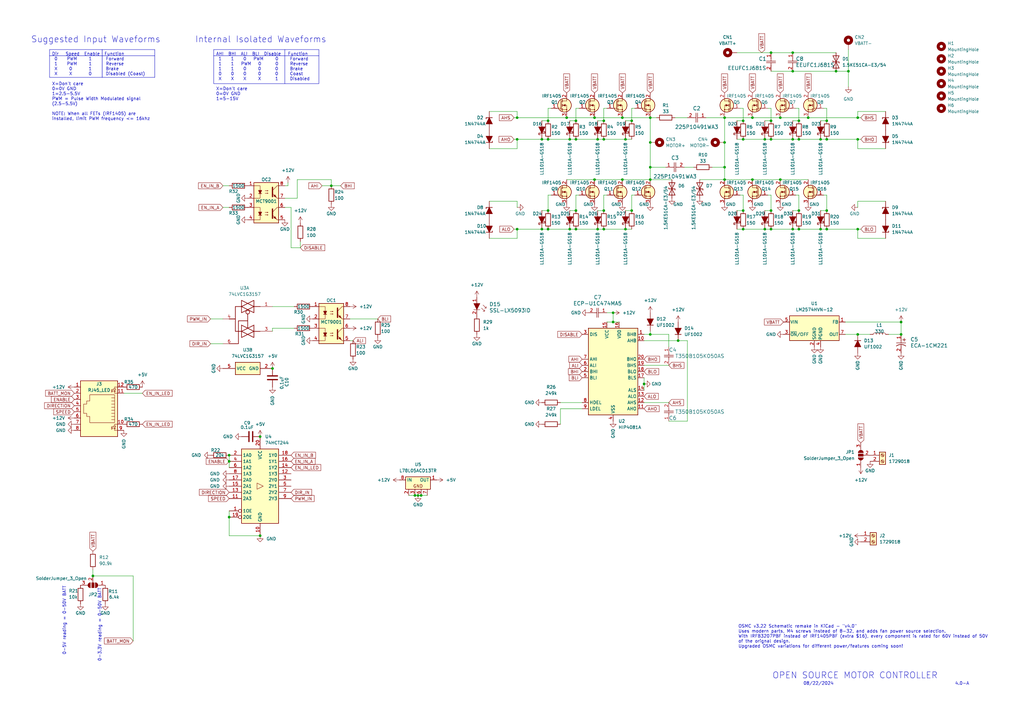
<source format=kicad_sch>
(kicad_sch
	(version 20250114)
	(generator "eeschema")
	(generator_version "9.0")
	(uuid "f7b069f9-0ad6-460f-8c2a-e4b85d53f6b2")
	(paper "A3")
	
	(rectangle
		(start 41.8846 20.32)
		(end 41.91 31.75)
		(stroke
			(width 0)
			(type default)
		)
		(fill
			(type none)
		)
		(uuid 4cec42e8-5f40-40d5-a1e1-40f0e873b7a3)
	)
	(rectangle
		(start 116.84 20.32)
		(end 116.84 34.29)
		(stroke
			(width 0)
			(type default)
		)
		(fill
			(type none)
		)
		(uuid 6609ba4d-23f2-403d-9c98-55294c4c954f)
	)
	(rectangle
		(start 87.63 22.86)
		(end 130.81 22.86)
		(stroke
			(width 0)
			(type default)
		)
		(fill
			(type none)
		)
		(uuid 88486fb6-f5fb-4c01-96b4-df4598f56091)
	)
	(rectangle
		(start 20.32 22.86)
		(end 63.5 22.86)
		(stroke
			(width 0)
			(type default)
		)
		(fill
			(type none)
		)
		(uuid c91cee47-bbf7-4e0f-a8d2-e162f9e89fed)
	)
	(text "4.0-A"
		(exclude_from_sim no)
		(at 391.668 281.178 0)
		(effects
			(font
				(size 1.27 1.27)
			)
			(justify left bottom)
		)
		(uuid "3ef8895f-24e4-45fe-8307-71eae980cd7d")
	)
	(text "OSMC v3.22 Schematic remake in KiCad - \"v4.0\"\nUses modern parts, M4 screws instead of 8-32, and adds fan power source selection.\nWith IRFB3207PBF instead of IRF1405PBF (extra $16), every component is rated for 60V instead of 50V\nof the orignal design.\nUpgraded OSMC variations for different power/features coming soon!"
		(exclude_from_sim no)
		(at 302.768 265.938 0)
		(effects
			(font
				(size 1.27 1.27)
			)
			(justify left bottom)
		)
		(uuid "468cb464-b3fe-4258-9f0f-4d43150f3428")
	)
	(text "08/22/2024"
		(exclude_from_sim no)
		(at 329.438 281.178 0)
		(effects
			(font
				(size 1.27 1.27)
			)
			(justify left bottom)
		)
		(uuid "7566e6aa-0cd8-4989-a498-9751a3615d79")
	)
	(text "0-3.3V reading = 0-50V BATT"
		(exclude_from_sim no)
		(at 40.894 256.286 90)
		(effects
			(font
				(size 1.27 1.27)
			)
		)
		(uuid "7ff0a093-951b-46b3-a14e-00d1b058ed78")
	)
	(text "Internal Isolated Waveforms"
		(exclude_from_sim no)
		(at 80.01 17.78 0)
		(effects
			(font
				(size 2.54 2.54)
			)
			(justify left bottom)
		)
		(uuid "8b55aff7-089f-4f07-a867-ffc1ba949894")
	)
	(text "0-5V reading = 0-50V BATT"
		(exclude_from_sim no)
		(at 26.416 254.508 90)
		(effects
			(font
				(size 1.27 1.27)
			)
		)
		(uuid "bba28dc2-bf3d-43be-94a3-e745f23271e0")
	)
	(text "Suggested Input Waveforms"
		(exclude_from_sim no)
		(at 12.7 17.78 0)
		(effects
			(font
				(size 2.54 2.54)
			)
			(justify left bottom)
		)
		(uuid "c2becebf-fc02-4c76-802c-a4588a575005")
	)
	(text "OPEN SOURCE MOTOR CONTROLLER"
		(exclude_from_sim no)
		(at 316.738 278.638 0)
		(effects
			(font
				(size 2.54 2.54)
			)
			(justify left bottom)
		)
		(uuid "d35d9fa6-57ee-41e6-a2d6-ea10344b7334")
	)
	(text_box "Dir   Speed  Enable  Function\n 0    PWM     1      Forward\n 1    PWM     1      Reverse\n X     0       1      Brake\n X     X       0      Disabled (Coast)\n\nX=Don't care\n0=0V GND\n1=2.5-5.5V\nPWM = Pulse Width Modulated signal (2.5-5.5V)\n\nNOTE: When all FETs (IRF1405) are installed, limit PWM frequency <= 16khz"
		(exclude_from_sim no)
		(at 20.32 20.32 0)
		(size 43.18 11.43)
		(margins 0.9525 0.9525 0.9525 0.9525)
		(stroke
			(width 0)
			(type solid)
		)
		(fill
			(type none)
		)
		(effects
			(font
				(size 1.27 1.27)
			)
			(justify left top)
		)
		(uuid "11fef456-8806-4beb-9325-a5751a37aaa0")
	)
	(text_box "AHI  BHI  ALI  BLI  Disable   Function\n 1    1    0   PWM     0     Forward\n 1    1   PWM   0      0     Reverse\n 1    1    0     0      0     Brake\n 0    0    0     0      0     Coast\n X    X    X     X      1     Disabled\n\nX=Don't care\n0=0V GND\n1=5-15V"
		(exclude_from_sim no)
		(at 87.63 20.32 0)
		(size 43.18 13.97)
		(margins 0.9525 0.9525 0.9525 0.9525)
		(stroke
			(width 0)
			(type solid)
		)
		(fill
			(type none)
		)
		(effects
			(font
				(size 1.27 1.27)
			)
			(justify left top)
		)
		(uuid "f168b1a2-2fcd-48ac-b0c2-50cda81b3784")
	)
	(junction
		(at 304.8 57.15)
		(diameter 0)
		(color 0 0 0 0)
		(uuid "025acf14-32e1-415f-a664-8c97472a6cdd")
	)
	(junction
		(at 320.04 73.66)
		(diameter 0)
		(color 0 0 0 0)
		(uuid "02704675-5ca6-4719-85f2-24c0eafabb38")
	)
	(junction
		(at 325.12 21.59)
		(diameter 0)
		(color 0 0 0 0)
		(uuid "06607565-3bf9-4a59-80d9-1f8bea1e22ab")
	)
	(junction
		(at 327.66 57.15)
		(diameter 0)
		(color 0 0 0 0)
		(uuid "11661071-a0b8-46b3-978b-5ce8838cf803")
	)
	(junction
		(at 93.98 186.69)
		(diameter 0)
		(color 0 0 0 0)
		(uuid "120adc8a-c5b2-4408-b5ed-5cc8d06d7c8a")
	)
	(junction
		(at 243.84 48.26)
		(diameter 0)
		(color 0 0 0 0)
		(uuid "12bc48d4-7d99-4458-85fc-00bdcb3d1ce2")
	)
	(junction
		(at 232.41 48.26)
		(diameter 0)
		(color 0 0 0 0)
		(uuid "13a58cb2-5aa7-43b7-9e5e-b0347081c0a5")
	)
	(junction
		(at 369.57 132.08)
		(diameter 0)
		(color 0 0 0 0)
		(uuid "13f40af4-ba66-488d-8df3-97e11de332fb")
	)
	(junction
		(at 336.55 57.15)
		(diameter 0)
		(color 0 0 0 0)
		(uuid "1fa202ee-3c2f-467e-ae1d-c2c962d563e7")
	)
	(junction
		(at 325.12 29.21)
		(diameter 0)
		(color 0 0 0 0)
		(uuid "201f1ca0-16c0-4355-8f24-d884c67d9d80")
	)
	(junction
		(at 304.8 49.53)
		(diameter 0)
		(color 0 0 0 0)
		(uuid "206dae87-d5c3-4ee2-a7c2-323b40824a05")
	)
	(junction
		(at 266.7 73.66)
		(diameter 0)
		(color 0 0 0 0)
		(uuid "258727ea-eb35-4ed6-91b9-c1055f5ba3fd")
	)
	(junction
		(at 351.79 93.98)
		(diameter 0)
		(color 0 0 0 0)
		(uuid "27acec3f-4a8a-4c6a-95cc-70c659e83740")
	)
	(junction
		(at 222.25 57.15)
		(diameter 0)
		(color 0 0 0 0)
		(uuid "2ed55068-9b66-41f5-ae5c-dda30c9be3c4")
	)
	(junction
		(at 224.79 49.53)
		(diameter 0)
		(color 0 0 0 0)
		(uuid "3569dc3d-aef7-45d7-b95b-96d2f0111f45")
	)
	(junction
		(at 259.08 49.53)
		(diameter 0)
		(color 0 0 0 0)
		(uuid "3a77d92e-166a-4b6f-963e-094e186a0e0e")
	)
	(junction
		(at 106.68 219.71)
		(diameter 0)
		(color 0 0 0 0)
		(uuid "3ad3ca2a-cc3d-4b28-8419-459cbe9e0182")
	)
	(junction
		(at 297.18 68.58)
		(diameter 0)
		(color 0 0 0 0)
		(uuid "3bc3a46e-8528-41ae-8e44-171d7ea60576")
	)
	(junction
		(at 251.46 132.08)
		(diameter 0)
		(color 0 0 0 0)
		(uuid "43333256-67bb-4253-9bd9-cd6c52ecafee")
	)
	(junction
		(at 297.18 73.66)
		(diameter 0)
		(color 0 0 0 0)
		(uuid "4923e46e-a959-4c5d-805a-79a3aaffff3e")
	)
	(junction
		(at 266.7 48.26)
		(diameter 0)
		(color 0 0 0 0)
		(uuid "4abe186b-b1a5-405e-b226-1ee40bda55bd")
	)
	(junction
		(at 316.23 86.36)
		(diameter 0)
		(color 0 0 0 0)
		(uuid "55c6972e-206a-4f04-9292-b24bb285a4ac")
	)
	(junction
		(at 135.89 76.2)
		(diameter 0)
		(color 0 0 0 0)
		(uuid "573dcf5d-67a4-4b4f-82ad-833c0b335c4f")
	)
	(junction
		(at 339.09 57.15)
		(diameter 0)
		(color 0 0 0 0)
		(uuid "57577724-a0dd-4b2a-8193-2e21b7e5bddd")
	)
	(junction
		(at 278.13 139.7)
		(diameter 0)
		(color 0 0 0 0)
		(uuid "5bcf41ba-0ee0-4ae3-a2a8-905d0a9e2465")
	)
	(junction
		(at 327.66 86.36)
		(diameter 0)
		(color 0 0 0 0)
		(uuid "5f85a2e5-38a0-4fc7-8d79-1f066c63b671")
	)
	(junction
		(at 339.09 86.36)
		(diameter 0)
		(color 0 0 0 0)
		(uuid "604f6250-c415-4e7c-b3ce-fbc0fa3a7840")
	)
	(junction
		(at 308.61 48.26)
		(diameter 0)
		(color 0 0 0 0)
		(uuid "607942f0-61e1-4c50-9dbc-7f5d20fd9fad")
	)
	(junction
		(at 236.22 86.36)
		(diameter 0)
		(color 0 0 0 0)
		(uuid "6395dd2e-775f-4d49-968f-e6a6722c2bcb")
	)
	(junction
		(at 342.9 29.21)
		(diameter 0)
		(color 0 0 0 0)
		(uuid "67428f38-8b6c-453a-8e38-a96466f295f3")
	)
	(junction
		(at 256.54 57.15)
		(diameter 0)
		(color 0 0 0 0)
		(uuid "6750bc75-bc4f-4641-a2b8-013bef48dc88")
	)
	(junction
		(at 236.22 49.53)
		(diameter 0)
		(color 0 0 0 0)
		(uuid "67b4cc44-a73a-46fe-a2be-f8f3bbb45e48")
	)
	(junction
		(at 304.8 86.36)
		(diameter 0)
		(color 0 0 0 0)
		(uuid "683cbf74-d02d-49c0-824a-ada4e2c37d9a")
	)
	(junction
		(at 247.65 49.53)
		(diameter 0)
		(color 0 0 0 0)
		(uuid "68550db4-dd13-48dc-961b-54a3af69fa04")
	)
	(junction
		(at 93.98 212.09)
		(diameter 0)
		(color 0 0 0 0)
		(uuid "6930a6a7-dd03-44d5-b6ae-5eb85be627f2")
	)
	(junction
		(at 93.98 189.23)
		(diameter 0)
		(color 0 0 0 0)
		(uuid "6cbfa0c4-f755-4063-9130-5bb324b59b67")
	)
	(junction
		(at 316.23 21.59)
		(diameter 0)
		(color 0 0 0 0)
		(uuid "6ceccaac-be94-4a60-9aaa-310d7b3a4e96")
	)
	(junction
		(at 224.79 93.98)
		(diameter 0)
		(color 0 0 0 0)
		(uuid "70e8f257-6770-478c-a3fc-9dbcbbd90baf")
	)
	(junction
		(at 243.84 73.66)
		(diameter 0)
		(color 0 0 0 0)
		(uuid "74a52190-aa12-4674-ab09-b37f75f5cf55")
	)
	(junction
		(at 308.61 73.66)
		(diameter 0)
		(color 0 0 0 0)
		(uuid "76b895c0-45fa-41af-a300-ad24ab208e70")
	)
	(junction
		(at 259.08 86.36)
		(diameter 0)
		(color 0 0 0 0)
		(uuid "782e2fff-bc14-49d3-9c42-8b93ec64003d")
	)
	(junction
		(at 351.79 137.16)
		(diameter 0)
		(color 0 0 0 0)
		(uuid "7901b0a4-c91b-402e-a74a-6618170db2fb")
	)
	(junction
		(at 233.68 93.98)
		(diameter 0)
		(color 0 0 0 0)
		(uuid "7bce1f3c-b46e-4793-abb5-f866c8f05381")
	)
	(junction
		(at 255.27 73.66)
		(diameter 0)
		(color 0 0 0 0)
		(uuid "7c648206-50f8-4a18-adb2-be2662a5be2b")
	)
	(junction
		(at 266.7 68.58)
		(diameter 0)
		(color 0 0 0 0)
		(uuid "7d68ddba-e449-4e09-b779-0afef92ded2d")
	)
	(junction
		(at 172.72 203.2)
		(diameter 0)
		(color 0 0 0 0)
		(uuid "7e215a2d-ab08-4f89-b298-ffef35835ecb")
	)
	(junction
		(at 325.12 93.98)
		(diameter 0)
		(color 0 0 0 0)
		(uuid "807e80fd-676b-457c-9a9c-314faa37d5ae")
	)
	(junction
		(at 304.8 93.98)
		(diameter 0)
		(color 0 0 0 0)
		(uuid "812e6141-aa63-42d5-b578-ac45bfcf9a02")
	)
	(junction
		(at 247.65 93.98)
		(diameter 0)
		(color 0 0 0 0)
		(uuid "870bb29f-4f1d-43c4-9993-961c7b17a82c")
	)
	(junction
		(at 245.11 57.15)
		(diameter 0)
		(color 0 0 0 0)
		(uuid "8b7686ad-4f4b-4d1b-9383-63f51411205c")
	)
	(junction
		(at 264.16 157.48)
		(diameter 0)
		(color 0 0 0 0)
		(uuid "8dbc46da-09fd-4d0d-b0e8-0bae76d8006a")
	)
	(junction
		(at 255.27 48.26)
		(diameter 0)
		(color 0 0 0 0)
		(uuid "906bd40b-17e3-4ce2-a20b-36ee645f9d60")
	)
	(junction
		(at 224.79 86.36)
		(diameter 0)
		(color 0 0 0 0)
		(uuid "93e5087d-6da0-430a-80da-73d7146e2ba4")
	)
	(junction
		(at 316.23 49.53)
		(diameter 0)
		(color 0 0 0 0)
		(uuid "94dbc3ca-7a60-496d-94a1-3a282e7ec11b")
	)
	(junction
		(at 316.23 57.15)
		(diameter 0)
		(color 0 0 0 0)
		(uuid "965c2c72-4ddd-4acc-97ca-afb62ddd2143")
	)
	(junction
		(at 236.22 93.98)
		(diameter 0)
		(color 0 0 0 0)
		(uuid "97952e0d-5b87-4ca5-9948-8c746e052915")
	)
	(junction
		(at 247.65 57.15)
		(diameter 0)
		(color 0 0 0 0)
		(uuid "9882e08c-8780-4beb-b1f2-83942322437e")
	)
	(junction
		(at 245.11 93.98)
		(diameter 0)
		(color 0 0 0 0)
		(uuid "990db89f-808f-4ba0-8aef-02cf23197d83")
	)
	(junction
		(at 313.69 57.15)
		(diameter 0)
		(color 0 0 0 0)
		(uuid "a39eac20-1a76-4822-80cd-3cd8477b929c")
	)
	(junction
		(at 106.68 179.07)
		(diameter 0)
		(color 0 0 0 0)
		(uuid "a49bf8ca-0fcb-4442-9ebb-1529734b868e")
	)
	(junction
		(at 222.25 93.98)
		(diameter 0)
		(color 0 0 0 0)
		(uuid "aa776aef-8d8f-4866-bd34-8ab546ebf556")
	)
	(junction
		(at 170.18 203.2)
		(diameter 0)
		(color 0 0 0 0)
		(uuid "aab60428-36ef-404d-9c49-8da79854a0c7")
	)
	(junction
		(at 327.66 49.53)
		(diameter 0)
		(color 0 0 0 0)
		(uuid "aaf30f4f-d54a-4e62-8f7c-7c83604fc847")
	)
	(junction
		(at 266.7 137.16)
		(diameter 0)
		(color 0 0 0 0)
		(uuid "aca2e16e-4cef-4ce1-8584-ebc699b656b2")
	)
	(junction
		(at 339.09 49.53)
		(diameter 0)
		(color 0 0 0 0)
		(uuid "ad8eeafe-1da6-4a27-9cc3-64f134aa8a6b")
	)
	(junction
		(at 313.69 93.98)
		(diameter 0)
		(color 0 0 0 0)
		(uuid "aee432ef-20eb-463d-8b6c-06b7fc83ab77")
	)
	(junction
		(at 212.09 93.98)
		(diameter 0)
		(color 0 0 0 0)
		(uuid "af557a93-053c-43ad-bdad-f9dabbcb6300")
	)
	(junction
		(at 236.22 57.15)
		(diameter 0)
		(color 0 0 0 0)
		(uuid "b0ccb202-5dff-4a03-bb96-453f9f2b79f3")
	)
	(junction
		(at 320.04 48.26)
		(diameter 0)
		(color 0 0 0 0)
		(uuid "b731b126-460c-4cc7-ab61-335e59451fde")
	)
	(junction
		(at 251.46 128.27)
		(diameter 0)
		(color 0 0 0 0)
		(uuid "bc856460-244c-4d3f-b9c4-94627fe9ada9")
	)
	(junction
		(at 297.18 58.42)
		(diameter 0)
		(color 0 0 0 0)
		(uuid "bcec1be8-5b72-475d-83b2-808bd50d5082")
	)
	(junction
		(at 316.23 93.98)
		(diameter 0)
		(color 0 0 0 0)
		(uuid "be70a144-bd09-4acb-9a2e-f506d1554664")
	)
	(junction
		(at 233.68 57.15)
		(diameter 0)
		(color 0 0 0 0)
		(uuid "c129793c-4e0f-4203-ad86-d705c91f437b")
	)
	(junction
		(at 347.98 29.21)
		(diameter 0)
		(color 0 0 0 0)
		(uuid "c4a8f3d2-afe8-4dc7-85a4-d47567ce4802")
	)
	(junction
		(at 256.54 93.98)
		(diameter 0)
		(color 0 0 0 0)
		(uuid "c5cb8ad2-7700-4fe8-b0e2-5370e6838ee5")
	)
	(junction
		(at 369.57 137.16)
		(diameter 0)
		(color 0 0 0 0)
		(uuid "cbad67db-81b3-4735-b187-6fae3004e6d2")
	)
	(junction
		(at 212.09 48.26)
		(diameter 0)
		(color 0 0 0 0)
		(uuid "d371e6f3-5171-4621-a424-aa6c8b389ab5")
	)
	(junction
		(at 351.79 48.26)
		(diameter 0)
		(color 0 0 0 0)
		(uuid "d4d8c505-573c-4e6b-a2a8-e094f40dae1d")
	)
	(junction
		(at 331.47 48.26)
		(diameter 0)
		(color 0 0 0 0)
		(uuid "d62192e0-08e2-4d07-9189-4f529b589967")
	)
	(junction
		(at 224.79 57.15)
		(diameter 0)
		(color 0 0 0 0)
		(uuid "d9311b0a-9cb2-4087-b687-4e149890343c")
	)
	(junction
		(at 351.79 57.15)
		(diameter 0)
		(color 0 0 0 0)
		(uuid "d9dbbf84-ac2a-42d0-8fac-fe44384b65c0")
	)
	(junction
		(at 339.09 93.98)
		(diameter 0)
		(color 0 0 0 0)
		(uuid "dcee8edb-46a3-4152-b567-edaea9a0ae55")
	)
	(junction
		(at 336.55 93.98)
		(diameter 0)
		(color 0 0 0 0)
		(uuid "df702185-ec52-4023-9455-e8484239bc67")
	)
	(junction
		(at 171.45 203.2)
		(diameter 0)
		(color 0 0 0 0)
		(uuid "e6e309c0-3fbb-47b2-83cf-62e1a0366583")
	)
	(junction
		(at 297.18 48.26)
		(diameter 0)
		(color 0 0 0 0)
		(uuid "e72f3c52-4cf0-424c-904b-e8a71d5c218f")
	)
	(junction
		(at 325.12 57.15)
		(diameter 0)
		(color 0 0 0 0)
		(uuid "e7632a08-862c-456b-b0be-23f3bbd673ad")
	)
	(junction
		(at 212.09 57.15)
		(diameter 0)
		(color 0 0 0 0)
		(uuid "f1c77e3e-e5bf-4c8a-a000-8b9796eaf773")
	)
	(junction
		(at 111.76 151.13)
		(diameter 0)
		(color 0 0 0 0)
		(uuid "f53a792f-2edb-45d2-ab30-f8fd25f33691")
	)
	(junction
		(at 38.1 236.22)
		(diameter 0)
		(color 0 0 0 0)
		(uuid "fd492973-8f16-4ac7-96fc-8fb5a47126e7")
	)
	(junction
		(at 266.7 58.42)
		(diameter 0)
		(color 0 0 0 0)
		(uuid "fd5932aa-33c0-4b88-b069-bf3cf1b91a84")
	)
	(junction
		(at 247.65 86.36)
		(diameter 0)
		(color 0 0 0 0)
		(uuid "ff0c83b0-e0fa-48eb-9d7d-4d0845161842")
	)
	(junction
		(at 327.66 93.98)
		(diameter 0)
		(color 0 0 0 0)
		(uuid "ffcab709-1562-45a8-acfa-f9ae491297e6")
	)
	(wire
		(pts
			(xy 289.56 48.26) (xy 297.18 48.26)
		)
		(stroke
			(width 0)
			(type default)
		)
		(uuid "010cc39f-ae2b-4595-9666-d717e5677a57")
	)
	(wire
		(pts
			(xy 313.69 49.53) (xy 316.23 49.53)
		)
		(stroke
			(width 0)
			(type default)
		)
		(uuid "021e64e8-b466-487d-a327-e9cc24724d38")
	)
	(wire
		(pts
			(xy 212.09 45.72) (xy 212.09 48.26)
		)
		(stroke
			(width 0)
			(type default)
		)
		(uuid "025866cf-3998-4e00-bdf6-2be24dcabc2a")
	)
	(wire
		(pts
			(xy 233.68 57.15) (xy 236.22 57.15)
		)
		(stroke
			(width 0)
			(type default)
		)
		(uuid "028f01e3-33c5-4807-8669-6384e71e19ae")
	)
	(wire
		(pts
			(xy 224.79 44.45) (xy 224.79 49.53)
		)
		(stroke
			(width 0)
			(type default)
		)
		(uuid "02bcea26-70b7-4642-ab4b-3604f380e6fa")
	)
	(wire
		(pts
			(xy 316.23 93.98) (xy 325.12 93.98)
		)
		(stroke
			(width 0)
			(type default)
		)
		(uuid "02c2add2-17f4-41ac-8e57-b9675721f000")
	)
	(wire
		(pts
			(xy 274.32 149.86) (xy 264.16 149.86)
		)
		(stroke
			(width 0)
			(type default)
		)
		(uuid "07ed14e2-434d-4350-af89-d572d615ad6a")
	)
	(wire
		(pts
			(xy 281.94 139.7) (xy 281.94 172.72)
		)
		(stroke
			(width 0)
			(type default)
		)
		(uuid "08c4990f-878c-4c07-8e25-76357557d3e4")
	)
	(wire
		(pts
			(xy 255.27 73.66) (xy 266.7 73.66)
		)
		(stroke
			(width 0)
			(type default)
		)
		(uuid "09c83a13-b542-4816-8ad9-465b8afe9f1c")
	)
	(wire
		(pts
			(xy 212.09 48.26) (xy 232.41 48.26)
		)
		(stroke
			(width 0)
			(type default)
		)
		(uuid "0a0183e5-9203-40e4-95e7-7f8ca68271cc")
	)
	(wire
		(pts
			(xy 304.8 57.15) (xy 313.69 57.15)
		)
		(stroke
			(width 0)
			(type default)
		)
		(uuid "0a4ca37e-9f39-4765-b8e2-a00fb962c6af")
	)
	(wire
		(pts
			(xy 266.7 58.42) (xy 266.7 68.58)
		)
		(stroke
			(width 0)
			(type default)
		)
		(uuid "0a7f5e29-8138-42cd-8b6e-86ea56b137dd")
	)
	(wire
		(pts
			(xy 297.18 73.66) (xy 308.61 73.66)
		)
		(stroke
			(width 0)
			(type default)
		)
		(uuid "0b3c8ef4-5c73-4d29-8350-4e7f819ab04a")
	)
	(wire
		(pts
			(xy 106.68 219.71) (xy 93.98 219.71)
		)
		(stroke
			(width 0)
			(type default)
		)
		(uuid "0bcf89f6-a25d-493d-9115-74438b1eec9f")
	)
	(wire
		(pts
			(xy 236.22 80.01) (xy 236.22 86.36)
		)
		(stroke
			(width 0)
			(type default)
		)
		(uuid "0e5f0b78-ee55-4316-b27a-63f5467b70e2")
	)
	(wire
		(pts
			(xy 251.46 132.08) (xy 254 132.08)
		)
		(stroke
			(width 0)
			(type default)
		)
		(uuid "0ebbf43a-fb74-4b78-b489-4a0afe58ff4a")
	)
	(wire
		(pts
			(xy 316.23 21.59) (xy 325.12 21.59)
		)
		(stroke
			(width 0)
			(type default)
		)
		(uuid "11b8d980-09ab-47b9-b1ca-cbe674bf0cad")
	)
	(wire
		(pts
			(xy 351.79 137.16) (xy 356.87 137.16)
		)
		(stroke
			(width 0)
			(type default)
		)
		(uuid "129b7516-1203-4d7f-8bbe-6266e97a4adb")
	)
	(wire
		(pts
			(xy 224.79 80.01) (xy 224.79 86.36)
		)
		(stroke
			(width 0)
			(type default)
		)
		(uuid "12d6d67c-fde5-42fa-a86c-2d0aa7956fcf")
	)
	(wire
		(pts
			(xy 302.26 93.98) (xy 304.8 93.98)
		)
		(stroke
			(width 0)
			(type default)
		)
		(uuid "12e6275d-d25c-4f9c-8484-a62b9714b5e2")
	)
	(wire
		(pts
			(xy 347.98 29.21) (xy 347.98 20.32)
		)
		(stroke
			(width 0)
			(type default)
		)
		(uuid "14a1d62a-79e2-49ae-a2d2-324d3d86b5c6")
	)
	(wire
		(pts
			(xy 336.55 49.53) (xy 339.09 49.53)
		)
		(stroke
			(width 0)
			(type default)
		)
		(uuid "14bf6fc8-391d-49f7-bd03-cbf0cf595911")
	)
	(wire
		(pts
			(xy 320.04 48.26) (xy 331.47 48.26)
		)
		(stroke
			(width 0)
			(type default)
		)
		(uuid "198ccd09-8a0f-44fe-9a78-82fc3a4f8214")
	)
	(wire
		(pts
			(xy 200.66 97.79) (xy 212.09 97.79)
		)
		(stroke
			(width 0)
			(type default)
		)
		(uuid "1b1d085e-9a71-4ea7-87d6-da530ad1c6d6")
	)
	(wire
		(pts
			(xy 276.86 48.26) (xy 281.94 48.26)
		)
		(stroke
			(width 0)
			(type default)
		)
		(uuid "1d8fec0b-8b15-4286-80c2-6300fd17f210")
	)
	(wire
		(pts
			(xy 224.79 93.98) (xy 233.68 93.98)
		)
		(stroke
			(width 0)
			(type default)
		)
		(uuid "1e8e59fd-e881-4460-86f3-037fd4b47ba8")
	)
	(wire
		(pts
			(xy 248.92 132.08) (xy 251.46 132.08)
		)
		(stroke
			(width 0)
			(type default)
		)
		(uuid "211093f7-0e83-4410-a6a0-c6f59cc0b22c")
	)
	(wire
		(pts
			(xy 245.11 57.15) (xy 247.65 57.15)
		)
		(stroke
			(width 0)
			(type default)
		)
		(uuid "22c9edbb-e996-45fd-889b-d69649d484ae")
	)
	(wire
		(pts
			(xy 264.16 139.7) (xy 278.13 139.7)
		)
		(stroke
			(width 0)
			(type default)
		)
		(uuid "22f3a632-2c7e-44e0-a702-300d3efbeb52")
	)
	(wire
		(pts
			(xy 346.71 137.16) (xy 351.79 137.16)
		)
		(stroke
			(width 0)
			(type default)
		)
		(uuid "23597f57-a141-45bb-bf3f-20e8bce164d6")
	)
	(wire
		(pts
			(xy 247.65 44.45) (xy 247.65 49.53)
		)
		(stroke
			(width 0)
			(type default)
		)
		(uuid "239640ee-9982-4f05-88af-a362f96d0b49")
	)
	(wire
		(pts
			(xy 302.26 49.53) (xy 304.8 49.53)
		)
		(stroke
			(width 0)
			(type default)
		)
		(uuid "262dd982-5b7a-4e47-93d5-ef00ad80c4a2")
	)
	(wire
		(pts
			(xy 304.8 93.98) (xy 313.69 93.98)
		)
		(stroke
			(width 0)
			(type default)
		)
		(uuid "26cf2e9c-7932-4628-aac4-7f3e67de6d42")
	)
	(wire
		(pts
			(xy 339.09 44.45) (xy 339.09 49.53)
		)
		(stroke
			(width 0)
			(type default)
		)
		(uuid "2af32047-303b-4b75-9d72-37f389f26a71")
	)
	(wire
		(pts
			(xy 243.84 73.66) (xy 255.27 73.66)
		)
		(stroke
			(width 0)
			(type default)
		)
		(uuid "2b153614-a26c-430e-be5c-f2227f759ca5")
	)
	(wire
		(pts
			(xy 325.12 29.21) (xy 342.9 29.21)
		)
		(stroke
			(width 0)
			(type default)
		)
		(uuid "2c7774ec-d847-40af-9f87-daacda6a6a25")
	)
	(wire
		(pts
			(xy 119.38 101.6) (xy 123.19 101.6)
		)
		(stroke
			(width 0)
			(type default)
		)
		(uuid "2d3176ef-aa85-4576-9bcb-cac36f5d51a4")
	)
	(wire
		(pts
			(xy 363.22 45.72) (xy 351.79 45.72)
		)
		(stroke
			(width 0)
			(type default)
		)
		(uuid "2ddc569f-2f9a-4caf-8985-ce28630b5739")
	)
	(wire
		(pts
			(xy 222.25 49.53) (xy 224.79 49.53)
		)
		(stroke
			(width 0)
			(type default)
		)
		(uuid "2f8ba521-49de-4bab-b1ee-d50f060e9d1f")
	)
	(wire
		(pts
			(xy 325.12 49.53) (xy 327.66 49.53)
		)
		(stroke
			(width 0)
			(type default)
		)
		(uuid "2fa1eb96-f2c8-4c19-a925-bd5141346714")
	)
	(wire
		(pts
			(xy 302.26 21.59) (xy 316.23 21.59)
		)
		(stroke
			(width 0)
			(type default)
		)
		(uuid "3031836a-f30d-4977-afa0-a1daca7ada7f")
	)
	(wire
		(pts
			(xy 264.16 165.1) (xy 274.32 165.1)
		)
		(stroke
			(width 0)
			(type default)
		)
		(uuid "3032ea66-3ec0-4b8d-8986-d0a2fb2cdaf4")
	)
	(wire
		(pts
			(xy 222.25 86.36) (xy 224.79 86.36)
		)
		(stroke
			(width 0)
			(type default)
		)
		(uuid "3053c074-d497-4dc8-93fb-5d1055d09d69")
	)
	(wire
		(pts
			(xy 212.09 60.96) (xy 212.09 57.15)
		)
		(stroke
			(width 0)
			(type default)
		)
		(uuid "332520ea-4df3-475f-b85c-5e8275013457")
	)
	(wire
		(pts
			(xy 369.57 137.16) (xy 369.57 132.08)
		)
		(stroke
			(width 0)
			(type default)
		)
		(uuid "34658301-3404-4e22-a63f-260f861370c1")
	)
	(wire
		(pts
			(xy 351.79 57.15) (xy 353.06 57.15)
		)
		(stroke
			(width 0)
			(type default)
		)
		(uuid "3613e393-ef2b-4520-bd9c-9185f79bc088")
	)
	(wire
		(pts
			(xy 200.66 45.72) (xy 212.09 45.72)
		)
		(stroke
			(width 0)
			(type default)
		)
		(uuid "37c9fbbd-29f0-471c-8872-e7a0ba39914d")
	)
	(wire
		(pts
			(xy 266.7 68.58) (xy 266.7 73.66)
		)
		(stroke
			(width 0)
			(type default)
		)
		(uuid "39635b7b-4848-4442-a804-566a546f95a6")
	)
	(wire
		(pts
			(xy 308.61 73.66) (xy 320.04 73.66)
		)
		(stroke
			(width 0)
			(type default)
		)
		(uuid "3a0e46d0-ba9d-48e6-8ab0-19fa44a153fd")
	)
	(wire
		(pts
			(xy 259.08 44.45) (xy 259.08 49.53)
		)
		(stroke
			(width 0)
			(type default)
		)
		(uuid "3db56e52-26ea-45a6-9659-ec81bbf154c3")
	)
	(wire
		(pts
			(xy 304.8 80.01) (xy 304.8 86.36)
		)
		(stroke
			(width 0)
			(type default)
		)
		(uuid "3e90f2af-d1f5-4ac4-99cb-5d7c582c930c")
	)
	(wire
		(pts
			(xy 38.1 233.68) (xy 38.1 236.22)
		)
		(stroke
			(width 0)
			(type default)
		)
		(uuid "3eda099b-0a8a-4984-b4c7-2bcfd9a99343")
	)
	(wire
		(pts
			(xy 93.98 189.23) (xy 93.98 191.77)
		)
		(stroke
			(width 0)
			(type default)
		)
		(uuid "3f291005-e99e-4f5a-9d0f-bad7c6f4d72d")
	)
	(wire
		(pts
			(xy 135.89 76.2) (xy 135.89 73.66)
		)
		(stroke
			(width 0)
			(type default)
		)
		(uuid "438ea973-d641-47f7-94c3-737f97748a37")
	)
	(wire
		(pts
			(xy 236.22 57.15) (xy 245.11 57.15)
		)
		(stroke
			(width 0)
			(type default)
		)
		(uuid "441b0a15-3b9b-4f9f-becb-7a1c1fdb3430")
	)
	(wire
		(pts
			(xy 266.7 48.26) (xy 269.24 48.26)
		)
		(stroke
			(width 0)
			(type default)
		)
		(uuid "44fc28b4-48c4-438f-be96-36b0046af272")
	)
	(wire
		(pts
			(xy 336.55 57.15) (xy 339.09 57.15)
		)
		(stroke
			(width 0)
			(type default)
		)
		(uuid "47e3ea88-798a-49d0-acd0-9a0aaadb17c9")
	)
	(wire
		(pts
			(xy 210.82 93.98) (xy 212.09 93.98)
		)
		(stroke
			(width 0)
			(type default)
		)
		(uuid "4a3b0134-1d13-4b4c-a80e-8fd90b670972")
	)
	(wire
		(pts
			(xy 91.44 140.97) (xy 86.36 140.97)
		)
		(stroke
			(width 0)
			(type default)
		)
		(uuid "4c1e1d39-88e9-4330-8da4-86b3db0482e2")
	)
	(wire
		(pts
			(xy 93.98 219.71) (xy 93.98 212.09)
		)
		(stroke
			(width 0)
			(type default)
		)
		(uuid "52aebeec-f26c-43bf-a494-835c15fd7fb3")
	)
	(wire
		(pts
			(xy 259.08 80.01) (xy 259.08 86.36)
		)
		(stroke
			(width 0)
			(type default)
		)
		(uuid "542cf0a3-b197-49ca-b1c4-e5dd8798481b")
	)
	(wire
		(pts
			(xy 297.18 68.58) (xy 297.18 73.66)
		)
		(stroke
			(width 0)
			(type default)
		)
		(uuid "559d2474-150e-4bdc-98e7-b996ed1e304b")
	)
	(wire
		(pts
			(xy 232.41 73.66) (xy 243.84 73.66)
		)
		(stroke
			(width 0)
			(type default)
		)
		(uuid "565e974a-2e8e-4f81-a500-72abc4a11ac7")
	)
	(wire
		(pts
			(xy 264.16 157.48) (xy 264.16 160.02)
		)
		(stroke
			(width 0)
			(type default)
		)
		(uuid "5bc1ff1f-4f8e-4010-9cfd-14d0d6f5d3f4")
	)
	(wire
		(pts
			(xy 260.35 44.45) (xy 259.08 44.45)
		)
		(stroke
			(width 0)
			(type default)
		)
		(uuid "5c702e8a-cb2f-47fb-b41b-7365b9dfd3e2")
	)
	(wire
		(pts
			(xy 264.16 154.94) (xy 264.16 157.48)
		)
		(stroke
			(width 0)
			(type default)
		)
		(uuid "5c89a1f6-a336-4540-b875-7cd3e4607ac5")
	)
	(wire
		(pts
			(xy 93.98 186.69) (xy 93.98 189.23)
		)
		(stroke
			(width 0)
			(type default)
		)
		(uuid "5e42e6f7-3951-4615-840d-a2022d5c15f6")
	)
	(wire
		(pts
			(xy 297.18 68.58) (xy 297.18 58.42)
		)
		(stroke
			(width 0)
			(type default)
		)
		(uuid "5e7cb83d-5d49-4c73-acbd-db32c5ab26af")
	)
	(wire
		(pts
			(xy 236.22 93.98) (xy 245.11 93.98)
		)
		(stroke
			(width 0)
			(type default)
		)
		(uuid "5f16d1e8-3367-47a0-b3df-a7f2cef4613d")
	)
	(wire
		(pts
			(xy 325.12 86.36) (xy 327.66 86.36)
		)
		(stroke
			(width 0)
			(type default)
		)
		(uuid "602555d4-16dd-4f92-8ce0-7e1f97e2b7c4")
	)
	(wire
		(pts
			(xy 316.23 29.21) (xy 325.12 29.21)
		)
		(stroke
			(width 0)
			(type default)
		)
		(uuid "6259fc0e-e72e-46da-97d2-a391480e760c")
	)
	(wire
		(pts
			(xy 351.79 60.96) (xy 363.22 60.96)
		)
		(stroke
			(width 0)
			(type default)
		)
		(uuid "66133128-d1b3-4035-ad48-6a93fdac5b66")
	)
	(wire
		(pts
			(xy 304.8 44.45) (xy 304.8 49.53)
		)
		(stroke
			(width 0)
			(type default)
		)
		(uuid "68794e08-1f2b-4d4a-9acd-a134f0adb613")
	)
	(wire
		(pts
			(xy 210.82 48.26) (xy 212.09 48.26)
		)
		(stroke
			(width 0)
			(type default)
		)
		(uuid "69e1e9f3-4526-439c-a481-fbab5131f736")
	)
	(wire
		(pts
			(xy 260.35 80.01) (xy 259.08 80.01)
		)
		(stroke
			(width 0)
			(type default)
		)
		(uuid "6a116300-5cab-4e22-8a3e-c338cf5f50d7")
	)
	(wire
		(pts
			(xy 313.69 93.98) (xy 316.23 93.98)
		)
		(stroke
			(width 0)
			(type default)
		)
		(uuid "6adacc73-1e50-4236-bb7e-eed0528716f3")
	)
	(wire
		(pts
			(xy 266.7 68.58) (xy 273.05 68.58)
		)
		(stroke
			(width 0)
			(type default)
		)
		(uuid "6c450324-6963-4741-9731-4662271b15f9")
	)
	(wire
		(pts
			(xy 326.39 80.01) (xy 327.66 80.01)
		)
		(stroke
			(width 0)
			(type default)
		)
		(uuid "6c4af037-e891-46df-b636-88050945af1b")
	)
	(wire
		(pts
			(xy 351.79 93.98) (xy 351.79 97.79)
		)
		(stroke
			(width 0)
			(type default)
		)
		(uuid "6cfe5845-1281-4b9d-a987-f89edc5ba9fa")
	)
	(wire
		(pts
			(xy 327.66 44.45) (xy 327.66 49.53)
		)
		(stroke
			(width 0)
			(type default)
		)
		(uuid "6e0525ee-da69-4710-8c2d-8c0a9b5e9ead")
	)
	(wire
		(pts
			(xy 91.44 76.2) (xy 93.98 76.2)
		)
		(stroke
			(width 0)
			(type default)
		)
		(uuid "70eb32da-e0ad-4a46-a9fc-ca77ea3a0704")
	)
	(wire
		(pts
			(xy 135.89 73.66) (xy 121.92 73.66)
		)
		(stroke
			(width 0)
			(type default)
		)
		(uuid "72a1be06-fbb0-4d41-a184-62fc68419c76")
	)
	(wire
		(pts
			(xy 327.66 93.98) (xy 336.55 93.98)
		)
		(stroke
			(width 0)
			(type default)
		)
		(uuid "741410b5-31b5-49cf-a5d0-decfb48f2ded")
	)
	(wire
		(pts
			(xy 266.7 73.66) (xy 275.59 73.66)
		)
		(stroke
			(width 0)
			(type default)
		)
		(uuid "7621fd19-d9d7-43ed-9fe3-041151fdd034")
	)
	(wire
		(pts
			(xy 224.79 57.15) (xy 233.68 57.15)
		)
		(stroke
			(width 0)
			(type default)
		)
		(uuid "77f41ba0-b1e5-4f18-bad3-43a2b20f5d68")
	)
	(wire
		(pts
			(xy 212.09 57.15) (xy 222.25 57.15)
		)
		(stroke
			(width 0)
			(type default)
		)
		(uuid "7826e336-63c2-4224-b6b7-03908cb9c2f9")
	)
	(wire
		(pts
			(xy 111.76 125.73) (xy 120.65 125.73)
		)
		(stroke
			(width 0)
			(type default)
		)
		(uuid "788517b1-1e6e-4bba-b6a3-a42c3a0da424")
	)
	(wire
		(pts
			(xy 121.92 73.66) (xy 121.92 81.28)
		)
		(stroke
			(width 0)
			(type default)
		)
		(uuid "78c44297-63ca-45f9-9556-cc6447b419a9")
	)
	(wire
		(pts
			(xy 38.1 236.22) (xy 54.61 236.22)
		)
		(stroke
			(width 0)
			(type default)
		)
		(uuid "79459752-c774-4c6d-ae49-bc57797eee42")
	)
	(wire
		(pts
			(xy 132.08 76.2) (xy 135.89 76.2)
		)
		(stroke
			(width 0)
			(type default)
		)
		(uuid "7aa72131-fc2d-443f-98c6-a8a77e8f89bb")
	)
	(wire
		(pts
			(xy 236.22 44.45) (xy 236.22 49.53)
		)
		(stroke
			(width 0)
			(type default)
		)
		(uuid "7da75969-a501-4491-b717-7eecae18b50e")
	)
	(wire
		(pts
			(xy 111.76 134.62) (xy 111.76 135.89)
		)
		(stroke
			(width 0)
			(type default)
		)
		(uuid "7db2c8d0-2265-4525-8c8c-2b832c16a0ec")
	)
	(wire
		(pts
			(xy 119.38 85.09) (xy 116.84 85.09)
		)
		(stroke
			(width 0)
			(type default)
		)
		(uuid "7ed2cd09-c21e-4567-8e47-aa51e95bd87e")
	)
	(wire
		(pts
			(xy 266.7 48.26) (xy 266.7 58.42)
		)
		(stroke
			(width 0)
			(type default)
		)
		(uuid "7f2fd456-43e3-4acf-b35b-369773e70982")
	)
	(wire
		(pts
			(xy 313.69 57.15) (xy 316.23 57.15)
		)
		(stroke
			(width 0)
			(type default)
		)
		(uuid "7f3c6e1a-9673-4686-8376-9975fb9210ce")
	)
	(wire
		(pts
			(xy 91.44 85.09) (xy 93.98 85.09)
		)
		(stroke
			(width 0)
			(type default)
		)
		(uuid "7fdfcb86-5824-4cb5-9d3d-28ec948a79a0")
	)
	(wire
		(pts
			(xy 245.11 86.36) (xy 247.65 86.36)
		)
		(stroke
			(width 0)
			(type default)
		)
		(uuid "804b49e1-e64f-4205-b9aa-85015f4c69a1")
	)
	(wire
		(pts
			(xy 351.79 48.26) (xy 331.47 48.26)
		)
		(stroke
			(width 0)
			(type default)
		)
		(uuid "833d8c75-98d4-48b2-a7c8-8b096ed1d164")
	)
	(wire
		(pts
			(xy 172.72 203.2) (xy 175.26 203.2)
		)
		(stroke
			(width 0)
			(type default)
		)
		(uuid "83a06bbc-8fd4-4ab8-95d0-0da37d8fa8d7")
	)
	(wire
		(pts
			(xy 248.92 44.45) (xy 247.65 44.45)
		)
		(stroke
			(width 0)
			(type default)
		)
		(uuid "8513bac6-12f6-4dd6-b275-9657fda0d7eb")
	)
	(wire
		(pts
			(xy 316.23 57.15) (xy 325.12 57.15)
		)
		(stroke
			(width 0)
			(type default)
		)
		(uuid "86f8981d-efd6-49b6-af5d-464d12c32b2c")
	)
	(wire
		(pts
			(xy 238.76 167.64) (xy 229.87 167.64)
		)
		(stroke
			(width 0)
			(type default)
		)
		(uuid "88367d5f-bb6e-4e77-87b4-87cfe703da6b")
	)
	(wire
		(pts
			(xy 266.7 135.89) (xy 266.7 137.16)
		)
		(stroke
			(width 0)
			(type default)
		)
		(uuid "89ed9454-cde9-44ab-ac79-d3ef39edd34b")
	)
	(wire
		(pts
			(xy 351.79 93.98) (xy 353.06 93.98)
		)
		(stroke
			(width 0)
			(type default)
		)
		(uuid "8af7d76d-0393-4dac-ac49-7406ea367e3e")
	)
	(wire
		(pts
			(xy 93.98 212.09) (xy 93.98 209.55)
		)
		(stroke
			(width 0)
			(type default)
		)
		(uuid "8bc0181e-dc73-47b0-bf0b-5fd0cf6a747d")
	)
	(wire
		(pts
			(xy 255.27 48.26) (xy 266.7 48.26)
		)
		(stroke
			(width 0)
			(type default)
		)
		(uuid "8c2670ea-2ad3-4117-85c1-ad898571b966")
	)
	(wire
		(pts
			(xy 297.18 48.26) (xy 308.61 48.26)
		)
		(stroke
			(width 0)
			(type default)
		)
		(uuid "8c76b99a-1c1b-4b0b-a592-7affee7f743b")
	)
	(wire
		(pts
			(xy 247.65 80.01) (xy 247.65 86.36)
		)
		(stroke
			(width 0)
			(type default)
		)
		(uuid "8c8a46e3-d8fc-4e3e-aac8-267854d174e7")
	)
	(wire
		(pts
			(xy 320.04 73.66) (xy 331.47 73.66)
		)
		(stroke
			(width 0)
			(type default)
		)
		(uuid "8dcbad67-0f10-47c9-a3dc-4287a3e0e02a")
	)
	(wire
		(pts
			(xy 119.38 85.09) (xy 119.38 101.6)
		)
		(stroke
			(width 0)
			(type default)
		)
		(uuid "8df6fd3b-c993-43d4-b716-b839e7e93b11")
	)
	(wire
		(pts
			(xy 351.79 57.15) (xy 351.79 60.96)
		)
		(stroke
			(width 0)
			(type default)
		)
		(uuid "8dfdad0c-f6b0-496e-bf0b-70ea67ec0ba1")
	)
	(wire
		(pts
			(xy 232.41 48.26) (xy 243.84 48.26)
		)
		(stroke
			(width 0)
			(type default)
		)
		(uuid "8e32d773-6516-45b8-8269-dd508c10236a")
	)
	(wire
		(pts
			(xy 245.11 49.53) (xy 247.65 49.53)
		)
		(stroke
			(width 0)
			(type default)
		)
		(uuid "8fd1624f-8183-41ab-9073-3fdcd1aaedbb")
	)
	(wire
		(pts
			(xy 327.66 80.01) (xy 327.66 86.36)
		)
		(stroke
			(width 0)
			(type default)
		)
		(uuid "8ffad921-b141-4209-9690-2ef120e0d6ed")
	)
	(wire
		(pts
			(xy 167.64 203.2) (xy 170.18 203.2)
		)
		(stroke
			(width 0)
			(type default)
		)
		(uuid "90042940-8012-45bb-a9a8-b5a099300173")
	)
	(wire
		(pts
			(xy 351.79 45.72) (xy 351.79 48.26)
		)
		(stroke
			(width 0)
			(type default)
		)
		(uuid "90fdf039-51b1-4dc7-acce-99ae3c394c29")
	)
	(wire
		(pts
			(xy 222.25 93.98) (xy 224.79 93.98)
		)
		(stroke
			(width 0)
			(type default)
		)
		(uuid "937ac4e6-ca6e-4919-aefb-78811a2f702b")
	)
	(wire
		(pts
			(xy 237.49 80.01) (xy 236.22 80.01)
		)
		(stroke
			(width 0)
			(type default)
		)
		(uuid "93fe7a1e-f82d-4519-8ef7-0df048eb568d")
	)
	(wire
		(pts
			(xy 233.68 86.36) (xy 236.22 86.36)
		)
		(stroke
			(width 0)
			(type default)
		)
		(uuid "94005f45-1ceb-4a13-89e6-9b26e48721ad")
	)
	(wire
		(pts
			(xy 229.87 165.1) (xy 238.76 165.1)
		)
		(stroke
			(width 0)
			(type default)
		)
		(uuid "951336c6-0114-41b5-ac8c-7a4b70a19502")
	)
	(wire
		(pts
			(xy 245.11 93.98) (xy 247.65 93.98)
		)
		(stroke
			(width 0)
			(type default)
		)
		(uuid "95c1141c-8480-4fea-a52c-6fec767777f8")
	)
	(wire
		(pts
			(xy 247.65 57.15) (xy 256.54 57.15)
		)
		(stroke
			(width 0)
			(type default)
		)
		(uuid "96ddc2da-1823-4734-a37b-4014876ea0cd")
	)
	(wire
		(pts
			(xy 229.87 167.64) (xy 229.87 173.99)
		)
		(stroke
			(width 0)
			(type default)
		)
		(uuid "988450a8-3dd2-4734-876d-a8a8732a0d5c")
	)
	(wire
		(pts
			(xy 233.68 93.98) (xy 236.22 93.98)
		)
		(stroke
			(width 0)
			(type default)
		)
		(uuid "9a235fe6-00cd-4ef8-be0c-2cb411c70295")
	)
	(wire
		(pts
			(xy 302.26 57.15) (xy 304.8 57.15)
		)
		(stroke
			(width 0)
			(type default)
		)
		(uuid "9e47e6a1-6e28-458a-927e-af9b1e6ac754")
	)
	(wire
		(pts
			(xy 292.1 68.58) (xy 297.18 68.58)
		)
		(stroke
			(width 0)
			(type default)
		)
		(uuid "a01e9c86-b06a-4cd3-81aa-ca2171b587c5")
	)
	(wire
		(pts
			(xy 339.09 80.01) (xy 339.09 86.36)
		)
		(stroke
			(width 0)
			(type default)
		)
		(uuid "a0d40fa7-3280-46e7-b898-3645cc0e4129")
	)
	(wire
		(pts
			(xy 118.11 76.2) (xy 116.84 76.2)
		)
		(stroke
			(width 0)
			(type default)
		)
		(uuid "a4b26fdf-cdf8-49ee-9f9a-ba0f66fc60c8")
	)
	(wire
		(pts
			(xy 121.92 81.28) (xy 116.84 81.28)
		)
		(stroke
			(width 0)
			(type default)
		)
		(uuid "a628ea01-b8af-4eea-b0d5-7b7ccd9096d5")
	)
	(wire
		(pts
			(xy 139.7 76.2) (xy 135.89 76.2)
		)
		(stroke
			(width 0)
			(type default)
		)
		(uuid "aa3caba4-2bbc-48ed-9614-14351b60ffca")
	)
	(wire
		(pts
			(xy 364.49 137.16) (xy 369.57 137.16)
		)
		(stroke
			(width 0)
			(type default)
		)
		(uuid "ab30dfa6-df20-4ba0-888b-4c37fd58b536")
	)
	(wire
		(pts
			(xy 284.48 68.58) (xy 280.67 68.58)
		)
		(stroke
			(width 0)
			(type default)
		)
		(uuid "ab469b24-a13e-499c-8100-89221fd9ac8d")
	)
	(wire
		(pts
			(xy 363.22 82.55) (xy 351.79 82.55)
		)
		(stroke
			(width 0)
			(type default)
		)
		(uuid "abf7a5b9-bc58-44ce-87ae-405dc6a9f107")
	)
	(wire
		(pts
			(xy 233.68 49.53) (xy 236.22 49.53)
		)
		(stroke
			(width 0)
			(type default)
		)
		(uuid "ae9c0784-d4a7-46e2-a762-e459056f24a8")
	)
	(wire
		(pts
			(xy 316.23 44.45) (xy 316.23 49.53)
		)
		(stroke
			(width 0)
			(type default)
		)
		(uuid "b371ccc4-f92f-49c2-a8bb-bfa2607d26e8")
	)
	(wire
		(pts
			(xy 336.55 86.36) (xy 339.09 86.36)
		)
		(stroke
			(width 0)
			(type default)
		)
		(uuid "b393961b-de9a-47fd-9434-20be242bd06f")
	)
	(wire
		(pts
			(xy 347.98 35.56) (xy 347.98 29.21)
		)
		(stroke
			(width 0)
			(type default)
		)
		(uuid "bbddd748-f466-4bf0-b67b-f46fe16fe20f")
	)
	(wire
		(pts
			(xy 212.09 82.55) (xy 212.09 85.09)
		)
		(stroke
			(width 0)
			(type default)
		)
		(uuid "bd69fdff-c94c-4882-a90e-331253d5809e")
	)
	(wire
		(pts
			(xy 278.13 139.7) (xy 281.94 139.7)
		)
		(stroke
			(width 0)
			(type default)
		)
		(uuid "bd952d3b-4a64-43ac-ae41-a84286c8a5b0")
	)
	(wire
		(pts
			(xy 171.45 203.2) (xy 172.72 203.2)
		)
		(stroke
			(width 0)
			(type default)
		)
		(uuid "be0cb75b-eb55-46fc-911c-6b641899a888")
	)
	(wire
		(pts
			(xy 303.53 44.45) (xy 304.8 44.45)
		)
		(stroke
			(width 0)
			(type default)
		)
		(uuid "c45cd636-bf7b-4011-8f35-1beec8505762")
	)
	(wire
		(pts
			(xy 339.09 93.98) (xy 351.79 93.98)
		)
		(stroke
			(width 0)
			(type default)
		)
		(uuid "c4f85c78-b1e8-4777-83e5-71476d948fa5")
	)
	(wire
		(pts
			(xy 248.92 80.01) (xy 247.65 80.01)
		)
		(stroke
			(width 0)
			(type default)
		)
		(uuid "c651e404-e1e7-4b3d-90be-075e13bbc77d")
	)
	(wire
		(pts
			(xy 143.51 139.7) (xy 144.78 139.7)
		)
		(stroke
			(width 0)
			(type default)
		)
		(uuid "c6e91e5f-ec5b-4e3a-b071-c6161c7437de")
	)
	(wire
		(pts
			(xy 111.76 134.62) (xy 120.65 134.62)
		)
		(stroke
			(width 0)
			(type default)
		)
		(uuid "c71fcc0c-5cdd-489a-a5af-013b47613ecb")
	)
	(wire
		(pts
			(xy 247.65 93.98) (xy 256.54 93.98)
		)
		(stroke
			(width 0)
			(type default)
		)
		(uuid "c9fc3b0f-4b92-4d46-842b-922ad5c905ed")
	)
	(wire
		(pts
			(xy 170.18 203.2) (xy 171.45 203.2)
		)
		(stroke
			(width 0)
			(type default)
		)
		(uuid "cd448796-f5ed-426b-bb80-223ad8e1ce24")
	)
	(wire
		(pts
			(xy 123.19 99.06) (xy 123.19 101.6)
		)
		(stroke
			(width 0)
			(type default)
		)
		(uuid "cd807241-0043-43fb-9f22-48432eeb48d4")
	)
	(wire
		(pts
			(xy 337.82 44.45) (xy 339.09 44.45)
		)
		(stroke
			(width 0)
			(type default)
		)
		(uuid "ce87b1dd-f6b9-4524-bf99-1a30831106f6")
	)
	(wire
		(pts
			(xy 302.26 86.36) (xy 304.8 86.36)
		)
		(stroke
			(width 0)
			(type default)
		)
		(uuid "cf30867b-c61b-4824-9d2d-cdd0d9fb957c")
	)
	(wire
		(pts
			(xy 226.06 80.01) (xy 224.79 80.01)
		)
		(stroke
			(width 0)
			(type default)
		)
		(uuid "cf9fc007-bee7-43d1-a030-f8e8f98e8eef")
	)
	(wire
		(pts
			(xy 251.46 128.27) (xy 248.92 128.27)
		)
		(stroke
			(width 0)
			(type default)
		)
		(uuid "d001685d-8407-49bb-abce-c6a7d2b63d79")
	)
	(wire
		(pts
			(xy 314.96 80.01) (xy 316.23 80.01)
		)
		(stroke
			(width 0)
			(type default)
		)
		(uuid "d0221c9e-da1d-4cdd-8fb8-d7abbd9d6b96")
	)
	(wire
		(pts
			(xy 351.79 97.79) (xy 363.22 97.79)
		)
		(stroke
			(width 0)
			(type default)
		)
		(uuid "d03dede9-80ed-4d49-a793-3cbaa844f06a")
	)
	(wire
		(pts
			(xy 251.46 132.08) (xy 251.46 128.27)
		)
		(stroke
			(width 0)
			(type default)
		)
		(uuid "d1e38a51-4654-4cf8-9760-69b32da25f13")
	)
	(wire
		(pts
			(xy 200.66 60.96) (xy 212.09 60.96)
		)
		(stroke
			(width 0)
			(type default)
		)
		(uuid "d2648307-2baa-4ac3-877f-ee5d9547e04c")
	)
	(wire
		(pts
			(xy 325.12 93.98) (xy 327.66 93.98)
		)
		(stroke
			(width 0)
			(type default)
		)
		(uuid "d3250867-6ded-4e40-9f0e-f7baec5bf149")
	)
	(wire
		(pts
			(xy 118.11 76.2) (xy 118.11 74.93)
		)
		(stroke
			(width 0)
			(type default)
		)
		(uuid "d4523166-6580-4013-9859-050eaafb44f0")
	)
	(wire
		(pts
			(xy 50.8 161.29) (xy 58.42 161.29)
		)
		(stroke
			(width 0)
			(type default)
		)
		(uuid "d4b16a27-e96d-4d15-8e06-ea36296a96c7")
	)
	(wire
		(pts
			(xy 222.25 57.15) (xy 224.79 57.15)
		)
		(stroke
			(width 0)
			(type default)
		)
		(uuid "d4e2edc1-9c08-479e-a727-f1b5c17930cd")
	)
	(wire
		(pts
			(xy 256.54 49.53) (xy 259.08 49.53)
		)
		(stroke
			(width 0)
			(type default)
		)
		(uuid "d5942d2f-1405-41fb-8e88-d68b8b4f2472")
	)
	(wire
		(pts
			(xy 325.12 57.15) (xy 327.66 57.15)
		)
		(stroke
			(width 0)
			(type default)
		)
		(uuid "d5c5dbbb-e149-466f-942b-75e1c445b482")
	)
	(wire
		(pts
			(xy 326.39 44.45) (xy 327.66 44.45)
		)
		(stroke
			(width 0)
			(type default)
		)
		(uuid "d65b6ed3-e004-4665-a82a-981875a83734")
	)
	(wire
		(pts
			(xy 256.54 93.98) (xy 259.08 93.98)
		)
		(stroke
			(width 0)
			(type default)
		)
		(uuid "d74c66f5-1837-4fbe-9d95-3b8e7596f8c0")
	)
	(wire
		(pts
			(xy 325.12 21.59) (xy 342.9 21.59)
		)
		(stroke
			(width 0)
			(type default)
		)
		(uuid "d7d9e24c-ddc0-402e-8bcc-d887050743fe")
	)
	(wire
		(pts
			(xy 212.09 97.79) (xy 212.09 93.98)
		)
		(stroke
			(width 0)
			(type default)
		)
		(uuid "d874216e-89b0-4dfb-9a3c-5d054790348f")
	)
	(wire
		(pts
			(xy 281.94 172.72) (xy 274.32 172.72)
		)
		(stroke
			(width 0)
			(type default)
		)
		(uuid "d8942dea-c5ca-49eb-b6d1-5f2fc2561e70")
	)
	(wire
		(pts
			(xy 54.61 236.22) (xy 54.61 262.89)
		)
		(stroke
			(width 0)
			(type default)
		)
		(uuid "d9110534-ca3b-4bdc-ad48-c994abeb5cad")
	)
	(wire
		(pts
			(xy 336.55 93.98) (xy 339.09 93.98)
		)
		(stroke
			(width 0)
			(type default)
		)
		(uuid "db27ce1c-4bf0-4792-82a7-208edcfa7c0f")
	)
	(wire
		(pts
			(xy 297.18 48.26) (xy 297.18 58.42)
		)
		(stroke
			(width 0)
			(type default)
		)
		(uuid "dce4ab48-1b07-4109-9972-2ea87dff5a1a")
	)
	(wire
		(pts
			(xy 327.66 57.15) (xy 336.55 57.15)
		)
		(stroke
			(width 0)
			(type default)
		)
		(uuid "de588f6a-f9fa-476c-a000-c5c2d591be13")
	)
	(wire
		(pts
			(xy 154.94 130.81) (xy 143.51 130.81)
		)
		(stroke
			(width 0)
			(type default)
		)
		(uuid "e46f0f60-3d8e-4c6a-b6b2-c9b5e10f3f17")
	)
	(wire
		(pts
			(xy 256.54 86.36) (xy 259.08 86.36)
		)
		(stroke
			(width 0)
			(type default)
		)
		(uuid "e57f6713-29b4-447d-a580-293eebf667b8")
	)
	(wire
		(pts
			(xy 274.32 137.16) (xy 274.32 142.24)
		)
		(stroke
			(width 0)
			(type default)
		)
		(uuid "e6f8fb64-03f7-436e-9f4c-7ecb043dc7c6")
	)
	(wire
		(pts
			(xy 314.96 44.45) (xy 316.23 44.45)
		)
		(stroke
			(width 0)
			(type default)
		)
		(uuid "e71ffb42-cf6c-4bf7-8047-48c5c3765572")
	)
	(wire
		(pts
			(xy 210.82 57.15) (xy 212.09 57.15)
		)
		(stroke
			(width 0)
			(type default)
		)
		(uuid "e8140bcf-5cbe-4fbf-8f87-8dc0e65a7a4b")
	)
	(wire
		(pts
			(xy 316.23 80.01) (xy 316.23 86.36)
		)
		(stroke
			(width 0)
			(type default)
		)
		(uuid "e81a8885-5be7-4ac8-8f41-2e013dbdf878")
	)
	(wire
		(pts
			(xy 351.79 82.55) (xy 351.79 85.09)
		)
		(stroke
			(width 0)
			(type default)
		)
		(uuid "e9ab3484-1948-491c-bc15-f5ec8ea8509b")
	)
	(wire
		(pts
			(xy 200.66 82.55) (xy 212.09 82.55)
		)
		(stroke
			(width 0)
			(type default)
		)
		(uuid "f08123b5-b996-431b-a775-5a8c4b60e489")
	)
	(wire
		(pts
			(xy 243.84 48.26) (xy 255.27 48.26)
		)
		(stroke
			(width 0)
			(type default)
		)
		(uuid "f131b9f6-259c-41f5-b847-2b4f17bf44c6")
	)
	(wire
		(pts
			(xy 303.53 80.01) (xy 304.8 80.01)
		)
		(stroke
			(width 0)
			(type default)
		)
		(uuid "f21294ac-f6b9-4032-839d-d4883fabb1b7")
	)
	(wire
		(pts
			(xy 237.49 44.45) (xy 236.22 44.45)
		)
		(stroke
			(width 0)
			(type default)
		)
		(uuid "f28f8e53-3170-41fe-977d-71d846f5b479")
	)
	(wire
		(pts
			(xy 342.9 29.21) (xy 347.98 29.21)
		)
		(stroke
			(width 0)
			(type default)
		)
		(uuid "f33e84c0-44e8-4173-923b-c206dbc7b363")
	)
	(wire
		(pts
			(xy 226.06 44.45) (xy 224.79 44.45)
		)
		(stroke
			(width 0)
			(type default)
		)
		(uuid "f3411c2f-2ca4-4aeb-b3e8-053be1815b75")
	)
	(wire
		(pts
			(xy 337.82 80.01) (xy 339.09 80.01)
		)
		(stroke
			(width 0)
			(type default)
		)
		(uuid "f4b21047-e2dd-43bc-b7c7-d27874ef67c2")
	)
	(wire
		(pts
			(xy 353.06 48.26) (xy 351.79 48.26)
		)
		(stroke
			(width 0)
			(type default)
		)
		(uuid "f4d6000b-5ddb-42c2-a3fe-6b151351f235")
	)
	(wire
		(pts
			(xy 308.61 48.26) (xy 320.04 48.26)
		)
		(stroke
			(width 0)
			(type default)
		)
		(uuid "f5af9f20-15c0-4883-966d-e92aa99bc744")
	)
	(wire
		(pts
			(xy 274.32 137.16) (xy 266.7 137.16)
		)
		(stroke
			(width 0)
			(type default)
		)
		(uuid "f6627ac0-ca2d-459c-9c8a-ab7d99faafb8")
	)
	(wire
		(pts
			(xy 287.02 73.66) (xy 297.18 73.66)
		)
		(stroke
			(width 0)
			(type default)
		)
		(uuid "f6d07f47-e779-4393-b2fe-71a235474dae")
	)
	(wire
		(pts
			(xy 256.54 57.15) (xy 259.08 57.15)
		)
		(stroke
			(width 0)
			(type default)
		)
		(uuid "f807f8b3-954b-485f-a401-03e7391e3405")
	)
	(wire
		(pts
			(xy 369.57 132.08) (xy 346.71 132.08)
		)
		(stroke
			(width 0)
			(type default)
		)
		(uuid "f874e691-5b7b-4305-8e7f-b8bb5e7b44e5")
	)
	(wire
		(pts
			(xy 266.7 137.16) (xy 264.16 137.16)
		)
		(stroke
			(width 0)
			(type default)
		)
		(uuid "f89640c3-c3b7-4aa6-8525-3ea766ecde37")
	)
	(wire
		(pts
			(xy 339.09 57.15) (xy 351.79 57.15)
		)
		(stroke
			(width 0)
			(type default)
		)
		(uuid "f8bb1cf2-0255-4848-881f-cfdcb4f451f8")
	)
	(wire
		(pts
			(xy 212.09 93.98) (xy 222.25 93.98)
		)
		(stroke
			(width 0)
			(type default)
		)
		(uuid "fd008aeb-81a6-4a6a-b27f-942293101193")
	)
	(wire
		(pts
			(xy 313.69 86.36) (xy 316.23 86.36)
		)
		(stroke
			(width 0)
			(type default)
		)
		(uuid "fdd7ea83-2191-4e65-97ae-887740531405")
	)
	(wire
		(pts
			(xy 91.44 130.81) (xy 86.36 130.81)
		)
		(stroke
			(width 0)
			(type default)
		)
		(uuid "fe4d9e9a-fc16-411d-8472-9ba11a578a74")
	)
	(global_label "EN_IN_B"
		(shape input)
		(at 119.38 186.69 0)
		(fields_autoplaced yes)
		(effects
			(font
				(size 1.27 1.27)
			)
			(justify left)
		)
		(uuid "057342a9-c87d-4df1-a769-0aebab2de194")
		(property "Intersheetrefs" "${INTERSHEET_REFS}"
			(at 129.9852 186.69 0)
			(effects
				(font
					(size 1.27 1.27)
				)
				(justify left)
				(hide yes)
			)
		)
	)
	(global_label "EN_IN_A"
		(shape input)
		(at 119.38 189.23 0)
		(fields_autoplaced yes)
		(effects
			(font
				(size 1.27 1.27)
			)
			(justify left)
		)
		(uuid "088fe152-edcf-48ff-858e-8a69f2312536")
		(property "Intersheetrefs" "${INTERSHEET_REFS}"
			(at 129.8038 189.23 0)
			(effects
				(font
					(size 1.27 1.27)
				)
				(justify left)
				(hide yes)
			)
		)
	)
	(global_label "VBATT"
		(shape input)
		(at 353.06 181.61 90)
		(fields_autoplaced yes)
		(effects
			(font
				(size 1.27 1.27)
			)
			(justify left)
		)
		(uuid "0a07bf74-3e4b-4867-b210-e091b6f8e2ab")
		(property "Intersheetrefs" "${INTERSHEET_REFS}"
			(at 353.06 173.2424 90)
			(effects
				(font
					(size 1.27 1.27)
				)
				(justify left)
				(hide yes)
			)
		)
	)
	(global_label "ALI"
		(shape input)
		(at 238.76 149.86 180)
		(fields_autoplaced yes)
		(effects
			(font
				(size 1.27 1.27)
			)
			(justify right)
		)
		(uuid "0b9f1029-a682-4a12-936c-670fce3f5082")
		(property "Intersheetrefs" "${INTERSHEET_REFS}"
			(at 233.0533 149.86 0)
			(effects
				(font
					(size 1.27 1.27)
				)
				(justify right)
				(hide yes)
			)
		)
	)
	(global_label "BLO"
		(shape input)
		(at 353.06 93.98 0)
		(fields_autoplaced yes)
		(effects
			(font
				(size 1.27 1.27)
			)
			(justify left)
		)
		(uuid "102a91e6-e020-45c8-b55c-8cefea6277f9")
		(property "Intersheetrefs" "${INTERSHEET_REFS}"
			(at 359.6738 93.98 0)
			(effects
				(font
					(size 1.27 1.27)
				)
				(justify left)
				(hide yes)
			)
		)
	)
	(global_label "VBATT"
		(shape input)
		(at 320.04 38.1 90)
		(fields_autoplaced yes)
		(effects
			(font
				(size 1.27 1.27)
			)
			(justify left)
		)
		(uuid "284f88b7-2348-438d-8aca-29b3e3876a55")
		(property "Intersheetrefs" "${INTERSHEET_REFS}"
			(at 320.04 29.7324 90)
			(effects
				(font
					(size 1.27 1.27)
				)
				(justify left)
				(hide yes)
			)
		)
	)
	(global_label "VBATT"
		(shape input)
		(at 297.18 38.1 90)
		(fields_autoplaced yes)
		(effects
			(font
				(size 1.27 1.27)
			)
			(justify left)
		)
		(uuid "2ed32da1-c546-4e8a-a302-86904e5f007a")
		(property "Intersheetrefs" "${INTERSHEET_REFS}"
			(at 297.18 29.7324 90)
			(effects
				(font
					(size 1.27 1.27)
				)
				(justify left)
				(hide yes)
			)
		)
	)
	(global_label "EN_IN_A"
		(shape input)
		(at 91.44 85.09 180)
		(fields_autoplaced yes)
		(effects
			(font
				(size 1.27 1.27)
			)
			(justify right)
		)
		(uuid "2fcaf300-9f75-49ea-924b-ed68407e1164")
		(property "Intersheetrefs" "${INTERSHEET_REFS}"
			(at 81.0162 85.09 0)
			(effects
				(font
					(size 1.27 1.27)
				)
				(justify right)
				(hide yes)
			)
		)
	)
	(global_label "VBATT"
		(shape input)
		(at 255.27 38.1 90)
		(fields_autoplaced yes)
		(effects
			(font
				(size 1.27 1.27)
			)
			(justify left)
		)
		(uuid "41c443d3-b185-468b-9d6a-886533ca6ca5")
		(property "Intersheetrefs" "${INTERSHEET_REFS}"
			(at 255.27 29.7324 90)
			(effects
				(font
					(size 1.27 1.27)
				)
				(justify left)
				(hide yes)
			)
		)
	)
	(global_label "BATT_MON"
		(shape input)
		(at 54.61 262.89 180)
		(fields_autoplaced yes)
		(effects
			(font
				(size 1.27 1.27)
			)
			(justify right)
		)
		(uuid "43c636a6-76f6-4f82-bc91-9efe1b84c7bf")
		(property "Intersheetrefs" "${INTERSHEET_REFS}"
			(at 42.251 262.89 0)
			(effects
				(font
					(size 1.27 1.27)
				)
				(justify right)
				(hide yes)
			)
		)
	)
	(global_label "EN_IN_LED"
		(shape input)
		(at 58.42 161.29 0)
		(fields_autoplaced yes)
		(effects
			(font
				(size 1.27 1.27)
			)
			(justify left)
		)
		(uuid "452c1e4c-a72b-46aa-abd8-e98c7cc3c76b")
		(property "Intersheetrefs" "${INTERSHEET_REFS}"
			(at 71.2023 161.29 0)
			(effects
				(font
					(size 1.27 1.27)
				)
				(justify left)
				(hide yes)
			)
		)
	)
	(global_label "AHI"
		(shape input)
		(at 238.76 147.32 180)
		(fields_autoplaced yes)
		(effects
			(font
				(size 1.27 1.27)
			)
			(justify right)
		)
		(uuid "47834328-97d1-4e82-8a54-7103966f7c24")
		(property "Intersheetrefs" "${INTERSHEET_REFS}"
			(at 232.7509 147.32 0)
			(effects
				(font
					(size 1.27 1.27)
				)
				(justify right)
				(hide yes)
			)
		)
	)
	(global_label "BHI"
		(shape input)
		(at 139.7 76.2 0)
		(fields_autoplaced yes)
		(effects
			(font
				(size 1.27 1.27)
			)
			(justify left)
		)
		(uuid "5485f84c-9e5d-4f8c-a4f9-3f9ab0448589")
		(property "Intersheetrefs" "${INTERSHEET_REFS}"
			(at 145.8905 76.2 0)
			(effects
				(font
					(size 1.27 1.27)
				)
				(justify left)
				(hide yes)
			)
		)
	)
	(global_label "DISABLE"
		(shape input)
		(at 123.19 101.6 0)
		(fields_autoplaced yes)
		(effects
			(font
				(size 1.27 1.27)
			)
			(justify left)
		)
		(uuid "5b2266ba-61d9-4644-b320-9621356cd735")
		(property "Intersheetrefs" "${INTERSHEET_REFS}"
			(at 133.7952 101.6 0)
			(effects
				(font
					(size 1.27 1.27)
				)
				(justify left)
				(hide yes)
			)
		)
	)
	(global_label "EN_IN_LED"
		(shape input)
		(at 119.38 191.77 0)
		(fields_autoplaced yes)
		(effects
			(font
				(size 1.27 1.27)
			)
			(justify left)
		)
		(uuid "61439707-97a0-484a-b8c8-007d57669bb1")
		(property "Intersheetrefs" "${INTERSHEET_REFS}"
			(at 132.1623 191.77 0)
			(effects
				(font
					(size 1.27 1.27)
				)
				(justify left)
				(hide yes)
			)
		)
	)
	(global_label "PWM_IN"
		(shape input)
		(at 119.38 204.47 0)
		(fields_autoplaced yes)
		(effects
			(font
				(size 1.27 1.27)
			)
			(justify left)
		)
		(uuid "69751816-fa46-49bf-a456-a4d4700f16f4")
		(property "Intersheetrefs" "${INTERSHEET_REFS}"
			(at 129.4409 204.47 0)
			(effects
				(font
					(size 1.27 1.27)
				)
				(justify left)
				(hide yes)
			)
		)
	)
	(global_label "AHS"
		(shape input)
		(at 210.82 48.26 180)
		(fields_autoplaced yes)
		(effects
			(font
				(size 1.27 1.27)
			)
			(justify right)
		)
		(uuid "697cecda-7592-48ee-bf38-8f2e88e281d8")
		(property "Intersheetrefs" "${INTERSHEET_REFS}"
			(at 204.2062 48.26 0)
			(effects
				(font
					(size 1.27 1.27)
				)
				(justify right)
				(hide yes)
			)
		)
	)
	(global_label "BHS"
		(shape input)
		(at 353.06 48.26 0)
		(fields_autoplaced yes)
		(effects
			(font
				(size 1.27 1.27)
			)
			(justify left)
		)
		(uuid "6aed1ea3-6bee-454f-b088-613cfa03db2e")
		(property "Intersheetrefs" "${INTERSHEET_REFS}"
			(at 359.8552 48.26 0)
			(effects
				(font
					(size 1.27 1.27)
				)
				(justify left)
				(hide yes)
			)
		)
	)
	(global_label "AHO"
		(shape input)
		(at 264.16 167.64 0)
		(fields_autoplaced yes)
		(effects
			(font
				(size 1.27 1.27)
			)
			(justify left)
		)
		(uuid "6c703d11-e8e5-49cf-ab3e-517edb79a400")
		(property "Intersheetrefs" "${INTERSHEET_REFS}"
			(at 270.8948 167.64 0)
			(effects
				(font
					(size 1.27 1.27)
				)
				(justify left)
				(hide yes)
			)
		)
	)
	(global_label "ALO"
		(shape input)
		(at 264.16 162.56 0)
		(fields_autoplaced yes)
		(effects
			(font
				(size 1.27 1.27)
			)
			(justify left)
		)
		(uuid "6e6958fc-1a54-44bd-90c4-316e18bead6a")
		(property "Intersheetrefs" "${INTERSHEET_REFS}"
			(at 270.5924 162.56 0)
			(effects
				(font
					(size 1.27 1.27)
				)
				(justify left)
				(hide yes)
			)
		)
	)
	(global_label "BLO"
		(shape input)
		(at 264.16 152.4 0)
		(fields_autoplaced yes)
		(effects
			(font
				(size 1.27 1.27)
			)
			(justify left)
		)
		(uuid "6f7d796f-369a-48e3-9bdf-7252444c877f")
		(property "Intersheetrefs" "${INTERSHEET_REFS}"
			(at 270.7738 152.4 0)
			(effects
				(font
					(size 1.27 1.27)
				)
				(justify left)
				(hide yes)
			)
		)
	)
	(global_label "BLI"
		(shape input)
		(at 154.94 130.81 0)
		(fields_autoplaced yes)
		(effects
			(font
				(size 1.27 1.27)
			)
			(justify left)
		)
		(uuid "7266ca12-f6ee-4e5b-8816-c05317a68fb9")
		(property "Intersheetrefs" "${INTERSHEET_REFS}"
			(at 160.8281 130.81 0)
			(effects
				(font
					(size 1.27 1.27)
				)
				(justify left)
				(hide yes)
			)
		)
	)
	(global_label "VBATT"
		(shape input)
		(at 243.84 38.1 90)
		(fields_autoplaced yes)
		(effects
			(font
				(size 1.27 1.27)
			)
			(justify left)
		)
		(uuid "7dacf3fc-49e2-4e65-96fd-c31c8e4482f1")
		(property "Intersheetrefs" "${INTERSHEET_REFS}"
			(at 243.84 29.7324 90)
			(effects
				(font
					(size 1.27 1.27)
				)
				(justify left)
				(hide yes)
			)
		)
	)
	(global_label "AHI"
		(shape input)
		(at 132.08 76.2 180)
		(fields_autoplaced yes)
		(effects
			(font
				(size 1.27 1.27)
			)
			(justify right)
		)
		(uuid "89ec62da-8c45-46d5-9f84-25d57ed1732d")
		(property "Intersheetrefs" "${INTERSHEET_REFS}"
			(at 126.0709 76.2 0)
			(effects
				(font
					(size 1.27 1.27)
				)
				(justify right)
				(hide yes)
			)
		)
	)
	(global_label "DIR_IN"
		(shape input)
		(at 86.36 140.97 180)
		(fields_autoplaced yes)
		(effects
			(font
				(size 1.27 1.27)
			)
			(justify right)
		)
		(uuid "8ce68a9e-7eb1-4296-b228-e30eff44ddb0")
		(property "Intersheetrefs" "${INTERSHEET_REFS}"
			(at 77.3271 140.97 0)
			(effects
				(font
					(size 1.27 1.27)
				)
				(justify right)
				(hide yes)
			)
		)
	)
	(global_label "ENABLE"
		(shape input)
		(at 93.98 189.23 180)
		(fields_autoplaced yes)
		(effects
			(font
				(size 1.27 1.27)
			)
			(justify right)
		)
		(uuid "8e6e6d1d-2dbd-452c-9f82-96e0693641ed")
		(property "Intersheetrefs" "${INTERSHEET_REFS}"
			(at 83.9796 189.23 0)
			(effects
				(font
					(size 1.27 1.27)
				)
				(justify right)
				(hide yes)
			)
		)
	)
	(global_label "VBATT"
		(shape input)
		(at 232.41 38.1 90)
		(fields_autoplaced yes)
		(effects
			(font
				(size 1.27 1.27)
			)
			(justify left)
		)
		(uuid "94b68437-c817-48e0-a586-aec2bc534608")
		(property "Intersheetrefs" "${INTERSHEET_REFS}"
			(at 232.41 29.7324 90)
			(effects
				(font
					(size 1.27 1.27)
				)
				(justify left)
				(hide yes)
			)
		)
	)
	(global_label "BLI"
		(shape input)
		(at 238.76 154.94 180)
		(fields_autoplaced yes)
		(effects
			(font
				(size 1.27 1.27)
			)
			(justify right)
		)
		(uuid "9540d5d3-4c45-4c04-8f46-68f6f0763928")
		(property "Intersheetrefs" "${INTERSHEET_REFS}"
			(at 232.8719 154.94 0)
			(effects
				(font
					(size 1.27 1.27)
				)
				(justify right)
				(hide yes)
			)
		)
	)
	(global_label "VBATT"
		(shape input)
		(at 312.42 21.59 90)
		(fields_autoplaced yes)
		(effects
			(font
				(size 1.27 1.27)
			)
			(justify left)
		)
		(uuid "961e9b93-40ec-4a59-85c0-3abdd27e07aa")
		(property "Intersheetrefs" "${INTERSHEET_REFS}"
			(at 312.42 13.2224 90)
			(effects
				(font
					(size 1.27 1.27)
				)
				(justify left)
				(hide yes)
			)
		)
	)
	(global_label "VBATT"
		(shape input)
		(at 266.7 38.1 90)
		(fields_autoplaced yes)
		(effects
			(font
				(size 1.27 1.27)
			)
			(justify left)
		)
		(uuid "9ddeeabf-26e9-4384-92d2-05226c0907e9")
		(property "Intersheetrefs" "${INTERSHEET_REFS}"
			(at 266.7 29.7324 90)
			(effects
				(font
					(size 1.27 1.27)
				)
				(justify left)
				(hide yes)
			)
		)
	)
	(global_label "ENABLE"
		(shape input)
		(at 30.48 163.83 180)
		(fields_autoplaced yes)
		(effects
			(font
				(size 1.27 1.27)
			)
			(justify right)
		)
		(uuid "a1e7cd94-bca5-4d44-be09-e0d89c7d48f1")
		(property "Intersheetrefs" "${INTERSHEET_REFS}"
			(at 20.4796 163.83 0)
			(effects
				(font
					(size 1.27 1.27)
				)
				(justify right)
				(hide yes)
			)
		)
	)
	(global_label "BHS"
		(shape input)
		(at 274.32 149.86 0)
		(fields_autoplaced yes)
		(effects
			(font
				(size 1.27 1.27)
			)
			(justify left)
		)
		(uuid "a27b33b6-0290-4698-b7dd-4fa991f4d166")
		(property "Intersheetrefs" "${INTERSHEET_REFS}"
			(at 281.1152 149.86 0)
			(effects
				(font
					(size 1.27 1.27)
				)
				(justify left)
				(hide yes)
			)
		)
	)
	(global_label "AHO"
		(shape input)
		(at 210.82 57.15 180)
		(fields_autoplaced yes)
		(effects
			(font
				(size 1.27 1.27)
			)
			(justify right)
		)
		(uuid "a6ceec8d-c854-4cae-b4b0-ddeff66088eb")
		(property "Intersheetrefs" "${INTERSHEET_REFS}"
			(at 204.0852 57.15 0)
			(effects
				(font
					(size 1.27 1.27)
				)
				(justify right)
				(hide yes)
			)
		)
	)
	(global_label "SPEED"
		(shape input)
		(at 30.48 168.91 180)
		(fields_autoplaced yes)
		(effects
			(font
				(size 1.27 1.27)
			)
			(justify right)
		)
		(uuid "ab5b457c-b55d-4c28-8bc4-b3ac85e0a48a")
		(property "Intersheetrefs" "${INTERSHEET_REFS}"
			(at 21.4473 168.91 0)
			(effects
				(font
					(size 1.27 1.27)
				)
				(justify right)
				(hide yes)
			)
		)
	)
	(global_label "SPEED"
		(shape input)
		(at 93.98 204.47 180)
		(fields_autoplaced yes)
		(effects
			(font
				(size 1.27 1.27)
			)
			(justify right)
		)
		(uuid "b0fa8d52-bccc-4e0f-a9df-d0870930f615")
		(property "Intersheetrefs" "${INTERSHEET_REFS}"
			(at 84.9473 204.47 0)
			(effects
				(font
					(size 1.27 1.27)
				)
				(justify right)
				(hide yes)
			)
		)
	)
	(global_label "DIRECTION"
		(shape input)
		(at 30.48 166.37 180)
		(fields_autoplaced yes)
		(effects
			(font
				(size 1.27 1.27)
			)
			(justify right)
		)
		(uuid "b526dced-0e12-44b5-9e6f-8e95c40b0f13")
		(property "Intersheetrefs" "${INTERSHEET_REFS}"
			(at 17.6976 166.37 0)
			(effects
				(font
					(size 1.27 1.27)
				)
				(justify right)
				(hide yes)
			)
		)
	)
	(global_label "ALO"
		(shape input)
		(at 210.82 93.98 180)
		(fields_autoplaced yes)
		(effects
			(font
				(size 1.27 1.27)
			)
			(justify right)
		)
		(uuid "b78c95ea-f851-40fd-b324-46115eb45bd9")
		(property "Intersheetrefs" "${INTERSHEET_REFS}"
			(at 204.3876 93.98 0)
			(effects
				(font
					(size 1.27 1.27)
				)
				(justify right)
				(hide yes)
			)
		)
	)
	(global_label "DIRECTION"
		(shape input)
		(at 93.98 201.93 180)
		(fields_autoplaced yes)
		(effects
			(font
				(size 1.27 1.27)
			)
			(justify right)
		)
		(uuid "b8dccc9b-dfd7-45b6-874e-9fe6f3e41bb8")
		(property "Intersheetrefs" "${INTERSHEET_REFS}"
			(at 81.1976 201.93 0)
			(effects
				(font
					(size 1.27 1.27)
				)
				(justify right)
				(hide yes)
			)
		)
	)
	(global_label "ALI"
		(shape input)
		(at 144.78 139.7 0)
		(fields_autoplaced yes)
		(effects
			(font
				(size 1.27 1.27)
			)
			(justify left)
		)
		(uuid "c2921500-c308-4f42-88ce-590b589b0a42")
		(property "Intersheetrefs" "${INTERSHEET_REFS}"
			(at 150.4867 139.7 0)
			(effects
				(font
					(size 1.27 1.27)
				)
				(justify left)
				(hide yes)
			)
		)
	)
	(global_label "DISABLE"
		(shape input)
		(at 238.76 137.16 180)
		(fields_autoplaced yes)
		(effects
			(font
				(size 1.27 1.27)
			)
			(justify right)
		)
		(uuid "ccfb75ea-a691-4bad-bbd9-3c554d606b6c")
		(property "Intersheetrefs" "${INTERSHEET_REFS}"
			(at 228.1548 137.16 0)
			(effects
				(font
					(size 1.27 1.27)
				)
				(justify right)
				(hide yes)
			)
		)
	)
	(global_label "EN_IN_LED"
		(shape input)
		(at 58.42 173.99 0)
		(fields_autoplaced yes)
		(effects
			(font
				(size 1.27 1.27)
			)
			(justify left)
		)
		(uuid "ce8e257b-915e-422d-b091-3e6e7b7b845d")
		(property "Intersheetrefs" "${INTERSHEET_REFS}"
			(at 71.2023 173.99 0)
			(effects
				(font
					(size 1.27 1.27)
				)
				(justify left)
				(hide yes)
			)
		)
	)
	(global_label "VBATT"
		(shape input)
		(at 308.61 38.1 90)
		(fields_autoplaced yes)
		(effects
			(font
				(size 1.27 1.27)
			)
			(justify left)
		)
		(uuid "cee3a7f4-394e-49ec-966e-683b7b9a6ab2")
		(property "Intersheetrefs" "${INTERSHEET_REFS}"
			(at 308.61 29.7324 90)
			(effects
				(font
					(size 1.27 1.27)
				)
				(justify left)
				(hide yes)
			)
		)
	)
	(global_label "PWM_IN"
		(shape input)
		(at 86.36 130.81 180)
		(fields_autoplaced yes)
		(effects
			(font
				(size 1.27 1.27)
			)
			(justify right)
		)
		(uuid "d275611b-acb1-44d9-8ee9-99894a65309b")
		(property "Intersheetrefs" "${INTERSHEET_REFS}"
			(at 76.2991 130.81 0)
			(effects
				(font
					(size 1.27 1.27)
				)
				(justify right)
				(hide yes)
			)
		)
	)
	(global_label "EN_IN_B"
		(shape input)
		(at 91.44 76.2 180)
		(fields_autoplaced yes)
		(effects
			(font
				(size 1.27 1.27)
			)
			(justify right)
		)
		(uuid "d3940f73-a8be-4278-a874-4297f6c1f616")
		(property "Intersheetrefs" "${INTERSHEET_REFS}"
			(at 80.8348 76.2 0)
			(effects
				(font
					(size 1.27 1.27)
				)
				(justify right)
				(hide yes)
			)
		)
	)
	(global_label "BHO"
		(shape input)
		(at 264.16 147.32 0)
		(fields_autoplaced yes)
		(effects
			(font
				(size 1.27 1.27)
			)
			(justify left)
		)
		(uuid "d79b00d1-0c36-48e6-a05c-589c286fbd67")
		(property "Intersheetrefs" "${INTERSHEET_REFS}"
			(at 271.0762 147.32 0)
			(effects
				(font
					(size 1.27 1.27)
				)
				(justify left)
				(hide yes)
			)
		)
	)
	(global_label "BHO"
		(shape input)
		(at 353.06 57.15 0)
		(fields_autoplaced yes)
		(effects
			(font
				(size 1.27 1.27)
			)
			(justify left)
		)
		(uuid "e6e31d8e-83dc-4e44-8a28-713da4681370")
		(property "Intersheetrefs" "${INTERSHEET_REFS}"
			(at 359.9762 57.15 0)
			(effects
				(font
					(size 1.27 1.27)
				)
				(justify left)
				(hide yes)
			)
		)
	)
	(global_label "DIR_IN"
		(shape input)
		(at 119.38 201.93 0)
		(fields_autoplaced yes)
		(effects
			(font
				(size 1.27 1.27)
			)
			(justify left)
		)
		(uuid "eabc7bf5-e227-464d-b8f3-f656b54b7af5")
		(property "Intersheetrefs" "${INTERSHEET_REFS}"
			(at 128.4129 201.93 0)
			(effects
				(font
					(size 1.27 1.27)
				)
				(justify left)
				(hide yes)
			)
		)
	)
	(global_label "BATT_MON"
		(shape input)
		(at 30.48 161.29 180)
		(fields_autoplaced yes)
		(effects
			(font
				(size 1.27 1.27)
			)
			(justify right)
		)
		(uuid "eb3760c8-dafe-4d1b-a913-413a3f04e276")
		(property "Intersheetrefs" "${INTERSHEET_REFS}"
			(at 18.121 161.29 0)
			(effects
				(font
					(size 1.27 1.27)
				)
				(justify right)
				(hide yes)
			)
		)
	)
	(global_label "VBATT"
		(shape input)
		(at 331.47 38.1 90)
		(fields_autoplaced yes)
		(effects
			(font
				(size 1.27 1.27)
			)
			(justify left)
		)
		(uuid "ed97e110-16df-4198-a59c-389b6cdb9dc0")
		(property "Intersheetrefs" "${INTERSHEET_REFS}"
			(at 331.47 29.7324 90)
			(effects
				(font
					(size 1.27 1.27)
				)
				(justify left)
				(hide yes)
			)
		)
	)
	(global_label "VBATT"
		(shape input)
		(at 321.31 132.08 180)
		(fields_autoplaced yes)
		(effects
			(font
				(size 1.27 1.27)
			)
			(justify right)
		)
		(uuid "f0964aff-f539-4d46-a7d7-3c1b9df0f1f5")
		(property "Intersheetrefs" "${INTERSHEET_REFS}"
			(at 312.9424 132.08 0)
			(effects
				(font
					(size 1.27 1.27)
				)
				(justify right)
				(hide yes)
			)
		)
	)
	(global_label "AHS"
		(shape input)
		(at 274.32 165.1 0)
		(fields_autoplaced yes)
		(effects
			(font
				(size 1.27 1.27)
			)
			(justify left)
		)
		(uuid "f5879269-1442-4958-9a87-59d9c9f1945b")
		(property "Intersheetrefs" "${INTERSHEET_REFS}"
			(at 280.9338 165.1 0)
			(effects
				(font
					(size 1.27 1.27)
				)
				(justify left)
				(hide yes)
			)
		)
	)
	(global_label "VBATT"
		(shape input)
		(at 38.1 226.06 90)
		(fields_autoplaced yes)
		(effects
			(font
				(size 1.27 1.27)
			)
			(justify left)
		)
		(uuid "fb58fc4c-7ec8-4343-89b1-3a4c7d4b6e68")
		(property "Intersheetrefs" "${INTERSHEET_REFS}"
			(at 38.1 217.6924 90)
			(effects
				(font
					(size 1.27 1.27)
				)
				(justify left)
				(hide yes)
			)
		)
	)
	(global_label "BHI"
		(shape input)
		(at 238.76 152.4 180)
		(fields_autoplaced yes)
		(effects
			(font
				(size 1.27 1.27)
			)
			(justify right)
		)
		(uuid "fdd69878-5ade-44e8-8dc6-7084dfaafecd")
		(property "Intersheetrefs" "${INTERSHEET_REFS}"
			(at 232.5695 152.4 0)
			(effects
				(font
					(size 1.27 1.27)
				)
				(justify right)
				(hide yes)
			)
		)
	)
	(symbol
		(lib_id "power:GND")
		(at 135.89 83.82 0)
		(unit 1)
		(exclude_from_sim no)
		(in_bom yes)
		(on_board yes)
		(dnp no)
		(uuid "019f2f27-b823-484d-b867-6984d5647706")
		(property "Reference" "#PWR035"
			(at 135.89 90.17 0)
			(effects
				(font
					(size 1.27 1.27)
				)
				(hide yes)
			)
		)
		(property "Value" "GND"
			(at 135.89 87.63 0)
			(effects
				(font
					(size 1.27 1.27)
				)
			)
		)
		(property "Footprint" ""
			(at 135.89 83.82 0)
			(effects
				(font
					(size 1.27 1.27)
				)
				(hide yes)
			)
		)
		(property "Datasheet" ""
			(at 135.89 83.82 0)
			(effects
				(font
					(size 1.27 1.27)
				)
				(hide yes)
			)
		)
		(property "Description" ""
			(at 135.89 83.82 0)
			(effects
				(font
					(size 1.27 1.27)
				)
			)
		)
		(pin "1"
			(uuid "c0396ef0-6f4e-4108-88c1-43cdcdaf85ce")
		)
		(instances
			(project "OSMC-v4.0"
				(path "/f7b069f9-0ad6-460f-8c2a-e4b85d53f6b2"
					(reference "#PWR035")
					(unit 1)
				)
			)
		)
	)
	(symbol
		(lib_id "power:+12V")
		(at 30.48 158.75 90)
		(unit 1)
		(exclude_from_sim no)
		(in_bom yes)
		(on_board yes)
		(dnp no)
		(fields_autoplaced yes)
		(uuid "0372450c-2bcf-4445-b28f-987ebe0c2786")
		(property "Reference" "#PWR058"
			(at 34.29 158.75 0)
			(effects
				(font
					(size 1.27 1.27)
				)
				(hide yes)
			)
		)
		(property "Value" "+12V"
			(at 26.67 158.7499 90)
			(effects
				(font
					(size 1.27 1.27)
				)
				(justify left)
			)
		)
		(property "Footprint" ""
			(at 30.48 158.75 0)
			(effects
				(font
					(size 1.27 1.27)
				)
				(hide yes)
			)
		)
		(property "Datasheet" ""
			(at 30.48 158.75 0)
			(effects
				(font
					(size 1.27 1.27)
				)
				(hide yes)
			)
		)
		(property "Description" ""
			(at 30.48 158.75 0)
			(effects
				(font
					(size 1.27 1.27)
				)
			)
		)
		(pin "1"
			(uuid "59a67dbc-18aa-476e-bee0-3aa2a0808a16")
		)
		(instances
			(project "OSMC-v4.0"
				(path "/f7b069f9-0ad6-460f-8c2a-e4b85d53f6b2"
					(reference "#PWR058")
					(unit 1)
				)
			)
		)
	)
	(symbol
		(lib_id "power:GND")
		(at 347.98 35.56 0)
		(unit 1)
		(exclude_from_sim no)
		(in_bom yes)
		(on_board yes)
		(dnp no)
		(fields_autoplaced yes)
		(uuid "03ab4dc4-4dac-4db2-b3fa-238c2d7ae22f")
		(property "Reference" "#PWR01"
			(at 347.98 41.91 0)
			(effects
				(font
					(size 1.27 1.27)
				)
				(hide yes)
			)
		)
		(property "Value" "GND"
			(at 347.98 40.64 0)
			(effects
				(font
					(size 1.27 1.27)
				)
			)
		)
		(property "Footprint" ""
			(at 347.98 35.56 0)
			(effects
				(font
					(size 1.27 1.27)
				)
				(hide yes)
			)
		)
		(property "Datasheet" ""
			(at 347.98 35.56 0)
			(effects
				(font
					(size 1.27 1.27)
				)
				(hide yes)
			)
		)
		(property "Description" ""
			(at 347.98 35.56 0)
			(effects
				(font
					(size 1.27 1.27)
				)
			)
		)
		(pin "1"
			(uuid "eb4184e8-f4cc-4116-846d-468dcd194e51")
		)
		(instances
			(project "OSMC-v4.0"
				(path "/f7b069f9-0ad6-460f-8c2a-e4b85d53f6b2"
					(reference "#PWR01")
					(unit 1)
				)
			)
		)
	)
	(symbol
		(lib_id "power:GND")
		(at 101.6 81.28 270)
		(unit 1)
		(exclude_from_sim no)
		(in_bom yes)
		(on_board yes)
		(dnp no)
		(uuid "058a5840-e9e0-4ed6-a949-8ed1d708c914")
		(property "Reference" "#PWR051"
			(at 95.25 81.28 0)
			(effects
				(font
					(size 1.27 1.27)
				)
				(hide yes)
			)
		)
		(property "Value" "GND"
			(at 97.79 81.28 0)
			(effects
				(font
					(size 1.27 1.27)
				)
			)
		)
		(property "Footprint" ""
			(at 101.6 81.28 0)
			(effects
				(font
					(size 1.27 1.27)
				)
				(hide yes)
			)
		)
		(property "Datasheet" ""
			(at 101.6 81.28 0)
			(effects
				(font
					(size 1.27 1.27)
				)
				(hide yes)
			)
		)
		(property "Description" ""
			(at 101.6 81.28 0)
			(effects
				(font
					(size 1.27 1.27)
				)
			)
		)
		(pin "1"
			(uuid "bae951b9-804b-48ab-954e-421ec22a923e")
		)
		(instances
			(project "OSMC-v4.0"
				(path "/f7b069f9-0ad6-460f-8c2a-e4b85d53f6b2"
					(reference "#PWR051")
					(unit 1)
				)
			)
		)
	)
	(symbol
		(lib_id "C5:ECA-1CM221")
		(at 369.57 137.16 270)
		(unit 1)
		(exclude_from_sim no)
		(in_bom yes)
		(on_board yes)
		(dnp no)
		(fields_autoplaced yes)
		(uuid "0609ef19-8fdc-44bb-9636-7e17d30375dd")
		(property "Reference" "C5"
			(at 373.38 139.2174 90)
			(effects
				(font
					(size 1.524 1.524)
				)
				(justify left)
			)
		)
		(property "Value" "ECA-1CM221"
			(at 373.38 141.7574 90)
			(effects
				(font
					(size 1.524 1.524)
				)
				(justify left)
			)
		)
		(property "Footprint" "C5:PCAP_63x112_PAN"
			(at 369.57 137.16 0)
			(effects
				(font
					(size 1.27 1.27)
					(italic yes)
				)
				(hide yes)
			)
		)
		(property "Datasheet" "ECA-1CM221"
			(at 369.57 137.16 0)
			(effects
				(font
					(size 1.27 1.27)
					(italic yes)
				)
				(hide yes)
			)
		)
		(property "Description" ""
			(at 369.57 137.16 0)
			(effects
				(font
					(size 1.27 1.27)
				)
			)
		)
		(pin "2"
			(uuid "9aa692f4-bc70-4f2d-aad8-78ebc095d1dc")
		)
		(pin "1"
			(uuid "15570fff-c5a7-470d-b971-cfee58a0237c")
		)
		(instances
			(project "OSMC-v4.0"
				(path "/f7b069f9-0ad6-460f-8c2a-e4b85d53f6b2"
					(reference "C5")
					(unit 1)
				)
			)
		)
	)
	(symbol
		(lib_id "C2,3:225P10491WA3")
		(at 289.56 48.26 180)
		(unit 1)
		(exclude_from_sim no)
		(in_bom yes)
		(on_board yes)
		(dnp no)
		(uuid "0779be09-c44d-478c-a723-f8d6373a6914")
		(property "Reference" "C2"
			(at 285.75 44.45 0)
			(effects
				(font
					(size 1.524 1.524)
				)
			)
		)
		(property "Value" "225P10491WA3"
			(at 285.75 52.07 0)
			(effects
				(font
					(size 1.524 1.524)
				)
			)
		)
		(property "Footprint" "C2,3:CAP_225P_WA_0.70X0.40X0.55_CND_NARROW"
			(at 289.56 48.26 0)
			(effects
				(font
					(size 1.27 1.27)
					(italic yes)
				)
				(hide yes)
			)
		)
		(property "Datasheet" "225P10491WA3"
			(at 289.56 48.26 0)
			(effects
				(font
					(size 1.27 1.27)
					(italic yes)
				)
				(hide yes)
			)
		)
		(property "Description" ""
			(at 289.56 48.26 0)
			(effects
				(font
					(size 1.27 1.27)
				)
			)
		)
		(pin "1"
			(uuid "16eb2b23-7956-42cd-8519-108e27d032a7")
		)
		(pin "2"
			(uuid "aa3ffbbe-4d0a-4ec3-acf2-a8cf0e2d4429")
		)
		(instances
			(project "OSMC-v4.0"
				(path "/f7b069f9-0ad6-460f-8c2a-e4b85d53f6b2"
					(reference "C2")
					(unit 1)
				)
			)
		)
	)
	(symbol
		(lib_id "Device:R")
		(at 124.46 134.62 270)
		(unit 1)
		(exclude_from_sim no)
		(in_bom yes)
		(on_board yes)
		(dnp no)
		(uuid "07de9822-0076-429a-9c99-feb9a6a2fb88")
		(property "Reference" "R31"
			(at 122.936 136.906 90)
			(effects
				(font
					(size 1.27 1.27)
				)
			)
		)
		(property "Value" "1500"
			(at 124.46 134.62 90)
			(effects
				(font
					(size 1.27 1.27)
				)
			)
		)
		(property "Footprint" "Resistor_SMD:R_1206_3216Metric_Pad1.30x1.75mm_HandSolder"
			(at 124.46 132.842 90)
			(effects
				(font
					(size 1.27 1.27)
				)
				(hide yes)
			)
		)
		(property "Datasheet" "~"
			(at 124.46 134.62 0)
			(effects
				(font
					(size 1.27 1.27)
				)
				(hide yes)
			)
		)
		(property "Description" ""
			(at 124.46 134.62 0)
			(effects
				(font
					(size 1.27 1.27)
				)
			)
		)
		(pin "1"
			(uuid "cad646d9-2924-4eba-b7b6-b36e23732b3d")
		)
		(pin "2"
			(uuid "2afc6ef2-2af7-4503-945f-46f72a4bd97c")
		)
		(instances
			(project "OSMC-v4.0"
				(path "/f7b069f9-0ad6-460f-8c2a-e4b85d53f6b2"
					(reference "R31")
					(unit 1)
				)
			)
		)
	)
	(symbol
		(lib_id "power:+12V")
		(at 353.06 191.77 180)
		(unit 1)
		(exclude_from_sim no)
		(in_bom yes)
		(on_board yes)
		(dnp no)
		(fields_autoplaced yes)
		(uuid "0884c184-e8d8-4369-b2a1-bcf1565e7b53")
		(property "Reference" "#PWR039"
			(at 353.06 187.96 0)
			(effects
				(font
					(size 1.27 1.27)
				)
				(hide yes)
			)
		)
		(property "Value" "+12V"
			(at 353.06 196.85 0)
			(effects
				(font
					(size 1.27 1.27)
				)
			)
		)
		(property "Footprint" ""
			(at 353.06 191.77 0)
			(effects
				(font
					(size 1.27 1.27)
				)
				(hide yes)
			)
		)
		(property "Datasheet" ""
			(at 353.06 191.77 0)
			(effects
				(font
					(size 1.27 1.27)
				)
				(hide yes)
			)
		)
		(property "Description" ""
			(at 353.06 191.77 0)
			(effects
				(font
					(size 1.27 1.27)
				)
			)
		)
		(pin "1"
			(uuid "181ab248-f760-43ba-90bc-6889847451d0")
		)
		(instances
			(project "OSMC-v4.0"
				(path "/f7b069f9-0ad6-460f-8c2a-e4b85d53f6b2"
					(reference "#PWR039")
					(unit 1)
				)
			)
		)
	)
	(symbol
		(lib_id "Device:R")
		(at 247.65 53.34 180)
		(unit 1)
		(exclude_from_sim no)
		(in_bom yes)
		(on_board yes)
		(dnp no)
		(uuid "0a8dc73f-eb7a-43f5-83e3-1ab9c380f4da")
		(property "Reference" "R4"
			(at 248.92 52.07 0)
			(effects
				(font
					(size 1.27 1.27)
				)
				(justify right)
			)
		)
		(property "Value" "150"
			(at 248.92 54.61 0)
			(effects
				(font
					(size 1.27 1.27)
				)
				(justify right)
			)
		)
		(property "Footprint" "Resistor_SMD:R_1206_3216Metric_Pad1.30x1.75mm_HandSolder"
			(at 249.428 53.34 90)
			(effects
				(font
					(size 1.27 1.27)
				)
				(hide yes)
			)
		)
		(property "Datasheet" "~"
			(at 247.65 53.34 0)
			(effects
				(font
					(size 1.27 1.27)
				)
				(hide yes)
			)
		)
		(property "Description" ""
			(at 247.65 53.34 0)
			(effects
				(font
					(size 1.27 1.27)
				)
			)
		)
		(pin "1"
			(uuid "15afcedd-cc4e-42d9-ad0e-958fce9330ea")
		)
		(pin "2"
			(uuid "3fc5dd4c-4d01-46b7-8271-84a6cf37d840")
		)
		(instances
			(project "OSMC-v4.0"
				(path "/f7b069f9-0ad6-460f-8c2a-e4b85d53f6b2"
					(reference "R4")
					(unit 1)
				)
			)
		)
	)
	(symbol
		(lib_id "Transistor_MOSFET_AKL:IRF1405")
		(at 322.58 43.18 0)
		(mirror y)
		(unit 1)
		(exclude_from_sim no)
		(in_bom yes)
		(on_board yes)
		(dnp no)
		(uuid "0bd96c56-417c-4e71-9705-ff263a14af7d")
		(property "Reference" "Q7"
			(at 326.39 41.91 0)
			(effects
				(font
					(size 1.27 1.27)
				)
				(justify left)
			)
		)
		(property "Value" "IRF1405"
			(at 328.93 39.37 0)
			(effects
				(font
					(size 1.27 1.27)
				)
				(justify left)
			)
		)
		(property "Footprint" "TO220-3-Staggered:TO-220-3_Vertical_GDS_Staggered"
			(at 317.5 40.64 0)
			(effects
				(font
					(size 1.27 1.27)
				)
				(hide yes)
			)
		)
		(property "Datasheet" "https://www.tme.eu/Document/5d03459d5e32429fc7bb326296c569be/irf1405.pdf"
			(at 322.58 43.18 0)
			(effects
				(font
					(size 1.27 1.27)
				)
				(hide yes)
			)
		)
		(property "Description" ""
			(at 322.58 43.18 0)
			(effects
				(font
					(size 1.27 1.27)
				)
			)
		)
		(pin "3"
			(uuid "041eb19c-8f01-414b-aab8-43f232501691")
		)
		(pin "1"
			(uuid "ee968699-ae73-41d3-8514-3dc10074729c")
		)
		(pin "2"
			(uuid "d5ec8245-573b-4ba4-b8bd-1caf29fd1a49")
		)
		(instances
			(project "OSMC-v4.0"
				(path "/f7b069f9-0ad6-460f-8c2a-e4b85d53f6b2"
					(reference "Q7")
					(unit 1)
				)
			)
		)
	)
	(symbol
		(lib_id "power:GND")
		(at 33.02 247.65 0)
		(unit 1)
		(exclude_from_sim no)
		(in_bom yes)
		(on_board yes)
		(dnp no)
		(uuid "0d5f0aa3-180a-4b2f-9b8a-2571d91ca6f7")
		(property "Reference" "#PWR032"
			(at 33.02 254 0)
			(effects
				(font
					(size 1.27 1.27)
				)
				(hide yes)
			)
		)
		(property "Value" "GND"
			(at 33.02 251.46 0)
			(effects
				(font
					(size 1.27 1.27)
				)
			)
		)
		(property "Footprint" ""
			(at 33.02 247.65 0)
			(effects
				(font
					(size 1.27 1.27)
				)
				(hide yes)
			)
		)
		(property "Datasheet" ""
			(at 33.02 247.65 0)
			(effects
				(font
					(size 1.27 1.27)
				)
				(hide yes)
			)
		)
		(property "Description" ""
			(at 33.02 247.65 0)
			(effects
				(font
					(size 1.27 1.27)
				)
			)
		)
		(pin "1"
			(uuid "6d0455c0-49a5-4ff7-afa4-0e8177d14e61")
		)
		(instances
			(project "OSMC-v4.0"
				(path "/f7b069f9-0ad6-460f-8c2a-e4b85d53f6b2"
					(reference "#PWR032")
					(unit 1)
				)
			)
		)
	)
	(symbol
		(lib_id "Device:R")
		(at 273.05 48.26 90)
		(unit 1)
		(exclude_from_sim no)
		(in_bom yes)
		(on_board yes)
		(dnp no)
		(uuid "0eb5c1d2-1696-401b-aaa5-50e34bbbfaca")
		(property "Reference" "R1"
			(at 273.05 43.18 90)
			(effects
				(font
					(size 1.27 1.27)
				)
			)
		)
		(property "Value" "33"
			(at 273.05 45.72 90)
			(effects
				(font
					(size 1.27 1.27)
				)
			)
		)
		(property "Footprint" "Resistor_SMD:R_1206_3216Metric_Pad1.30x1.75mm_HandSolder"
			(at 273.05 50.038 90)
			(effects
				(font
					(size 1.27 1.27)
				)
				(hide yes)
			)
		)
		(property "Datasheet" "~"
			(at 273.05 48.26 0)
			(effects
				(font
					(size 1.27 1.27)
				)
				(hide yes)
			)
		)
		(property "Description" ""
			(at 273.05 48.26 0)
			(effects
				(font
					(size 1.27 1.27)
				)
			)
		)
		(pin "1"
			(uuid "319a3fdf-0f61-4bb1-a98c-b2842913e8bc")
		)
		(pin "2"
			(uuid "d59ff7fd-6e86-411a-98ee-4195cc7da4f1")
		)
		(instances
			(project "OSMC-v4.0"
				(path "/f7b069f9-0ad6-460f-8c2a-e4b85d53f6b2"
					(reference "R1")
					(unit 1)
				)
			)
		)
	)
	(symbol
		(lib_id "power:+12V")
		(at 369.57 132.08 0)
		(unit 1)
		(exclude_from_sim no)
		(in_bom yes)
		(on_board yes)
		(dnp no)
		(fields_autoplaced yes)
		(uuid "10645095-9684-4b0e-92fc-01236ab650ca")
		(property "Reference" "#PWR026"
			(at 369.57 135.89 0)
			(effects
				(font
					(size 1.27 1.27)
				)
				(hide yes)
			)
		)
		(property "Value" "+12V"
			(at 369.57 127 0)
			(effects
				(font
					(size 1.27 1.27)
				)
			)
		)
		(property "Footprint" ""
			(at 369.57 132.08 0)
			(effects
				(font
					(size 1.27 1.27)
				)
				(hide yes)
			)
		)
		(property "Datasheet" ""
			(at 369.57 132.08 0)
			(effects
				(font
					(size 1.27 1.27)
				)
				(hide yes)
			)
		)
		(property "Description" ""
			(at 369.57 132.08 0)
			(effects
				(font
					(size 1.27 1.27)
				)
			)
		)
		(pin "1"
			(uuid "1d6e805e-528d-4899-a46b-b5169e27d052")
		)
		(instances
			(project "OSMC-v4.0"
				(path "/f7b069f9-0ad6-460f-8c2a-e4b85d53f6b2"
					(reference "#PWR026")
					(unit 1)
				)
			)
		)
	)
	(symbol
		(lib_id "power:GND")
		(at 287.02 81.28 0)
		(unit 1)
		(exclude_from_sim no)
		(in_bom yes)
		(on_board yes)
		(dnp no)
		(uuid "10c76595-c197-4961-b084-245b82feb9c7")
		(property "Reference" "#PWR010"
			(at 287.02 87.63 0)
			(effects
				(font
					(size 1.27 1.27)
				)
				(hide yes)
			)
		)
		(property "Value" "GND"
			(at 289.56 83.82 0)
			(effects
				(font
					(size 1.27 1.27)
				)
			)
		)
		(property "Footprint" ""
			(at 287.02 81.28 0)
			(effects
				(font
					(size 1.27 1.27)
				)
				(hide yes)
			)
		)
		(property "Datasheet" ""
			(at 287.02 81.28 0)
			(effects
				(font
					(size 1.27 1.27)
				)
				(hide yes)
			)
		)
		(property "Description" ""
			(at 287.02 81.28 0)
			(effects
				(font
					(size 1.27 1.27)
				)
			)
		)
		(pin "1"
			(uuid "ec84ce5d-75d5-40a5-826e-09e279eeb92d")
		)
		(instances
			(project "OSMC-v4.0"
				(path "/f7b069f9-0ad6-460f-8c2a-e4b85d53f6b2"
					(reference "#PWR010")
					(unit 1)
				)
			)
		)
	)
	(symbol
		(lib_id "Device:R")
		(at 144.78 143.51 180)
		(unit 1)
		(exclude_from_sim no)
		(in_bom yes)
		(on_board yes)
		(dnp no)
		(uuid "14dafdba-06a4-47ff-a3fe-9130ac7ced50")
		(property "Reference" "R23"
			(at 146.05 142.24 0)
			(effects
				(font
					(size 1.27 1.27)
				)
				(justify right)
			)
		)
		(property "Value" "100"
			(at 146.05 144.78 0)
			(effects
				(font
					(size 1.27 1.27)
				)
				(justify right)
			)
		)
		(property "Footprint" "Resistor_SMD:R_1206_3216Metric_Pad1.30x1.75mm_HandSolder"
			(at 146.558 143.51 90)
			(effects
				(font
					(size 1.27 1.27)
				)
				(hide yes)
			)
		)
		(property "Datasheet" "~"
			(at 144.78 143.51 0)
			(effects
				(font
					(size 1.27 1.27)
				)
				(hide yes)
			)
		)
		(property "Description" ""
			(at 144.78 143.51 0)
			(effects
				(font
					(size 1.27 1.27)
				)
			)
		)
		(pin "1"
			(uuid "ff9e626b-bfeb-4917-a584-71721e28e109")
		)
		(pin "2"
			(uuid "cd38e0f3-2104-4396-9347-388ad6e52e7c")
		)
		(instances
			(project "OSMC-v4.0"
				(path "/f7b069f9-0ad6-460f-8c2a-e4b85d53f6b2"
					(reference "R23")
					(unit 1)
				)
			)
		)
	)
	(symbol
		(lib_id "74xGxx:74LVC1G3157")
		(at 101.6 151.13 90)
		(unit 2)
		(exclude_from_sim no)
		(in_bom yes)
		(on_board yes)
		(dnp no)
		(fields_autoplaced yes)
		(uuid "1de0877b-7051-4fcd-8498-084ff1ddc7f6")
		(property "Reference" "U3"
			(at 101.6 143.51 90)
			(effects
				(font
					(size 1.27 1.27)
				)
			)
		)
		(property "Value" "74LVC1G3157"
			(at 101.6 146.05 90)
			(effects
				(font
					(size 1.27 1.27)
				)
			)
		)
		(property "Footprint" "TSOP-6-WidePads:TSOP-6_1.65x3.05mm_P0.95mm"
			(at 101.6 151.13 0)
			(effects
				(font
					(size 1.27 1.27)
				)
				(hide yes)
			)
		)
		(property "Datasheet" "http://www.ti.com/lit/sg/scyt129e/scyt129e.pdf"
			(at 101.6 151.13 0)
			(effects
				(font
					(size 1.27 1.27)
				)
				(hide yes)
			)
		)
		(property "Description" "SPDT Analog Switch, Low-Voltage CMOS"
			(at 101.6 151.13 0)
			(effects
				(font
					(size 1.27 1.27)
				)
				(hide yes)
			)
		)
		(pin "1"
			(uuid "7f845c77-92ee-494c-8449-80fe83b00278")
		)
		(pin "3"
			(uuid "e2f2e18f-701f-4c8b-b703-31f126db9061")
		)
		(pin "5"
			(uuid "fa04bd38-cb4b-4dc2-a2b4-346a097e3165")
		)
		(pin "6"
			(uuid "5230d27d-61b2-4378-98cd-0ff8f926d46a")
		)
		(pin "4"
			(uuid "13794d52-b5b1-4d73-b303-1c9606eb333e")
		)
		(pin "2"
			(uuid "08daa0e3-810a-47fb-a5ae-855a0b2fc0d6")
		)
		(instances
			(project ""
				(path "/f7b069f9-0ad6-460f-8c2a-e4b85d53f6b2"
					(reference "U3")
					(unit 2)
				)
			)
		)
	)
	(symbol
		(lib_id "Transistor_MOSFET_AKL:IRF1405")
		(at 252.73 78.74 0)
		(unit 1)
		(exclude_from_sim no)
		(in_bom yes)
		(on_board yes)
		(dnp no)
		(uuid "1e1a7b14-f423-4886-8938-8f38b057eeea")
		(property "Reference" "Q11"
			(at 247.65 77.47 0)
			(effects
				(font
					(size 1.27 1.27)
				)
				(justify left)
			)
		)
		(property "Value" "IRF1405"
			(at 245.11 74.93 0)
			(effects
				(font
					(size 1.27 1.27)
				)
				(justify left)
			)
		)
		(property "Footprint" "TO220-3-Staggered:TO-220-3_Vertical_GDS_Staggered"
			(at 257.81 76.2 0)
			(effects
				(font
					(size 1.27 1.27)
				)
				(hide yes)
			)
		)
		(property "Datasheet" "https://www.tme.eu/Document/5d03459d5e32429fc7bb326296c569be/irf1405.pdf"
			(at 252.73 78.74 0)
			(effects
				(font
					(size 1.27 1.27)
				)
				(hide yes)
			)
		)
		(property "Description" ""
			(at 252.73 78.74 0)
			(effects
				(font
					(size 1.27 1.27)
				)
			)
		)
		(pin "3"
			(uuid "2600b51f-3f56-4067-b43a-c6e50238f85b")
		)
		(pin "1"
			(uuid "93281b1f-27b1-4dc1-81e9-5e932d644424")
		)
		(pin "2"
			(uuid "2a0c868b-4059-44f3-8512-af26459609f0")
		)
		(instances
			(project "OSMC-v4.0"
				(path "/f7b069f9-0ad6-460f-8c2a-e4b85d53f6b2"
					(reference "Q11")
					(unit 1)
				)
			)
		)
	)
	(symbol
		(lib_id "Device:R")
		(at 195.58 133.35 180)
		(unit 1)
		(exclude_from_sim no)
		(in_bom yes)
		(on_board yes)
		(dnp no)
		(fields_autoplaced yes)
		(uuid "1ef6b2df-e658-4135-a748-4caf56fc95fc")
		(property "Reference" "R29"
			(at 198.12 132.08 0)
			(effects
				(font
					(size 1.27 1.27)
				)
				(justify right)
			)
		)
		(property "Value" "1k"
			(at 198.12 134.62 0)
			(effects
				(font
					(size 1.27 1.27)
				)
				(justify right)
			)
		)
		(property "Footprint" "Resistor_SMD:R_1206_3216Metric_Pad1.30x1.75mm_HandSolder"
			(at 197.358 133.35 90)
			(effects
				(font
					(size 1.27 1.27)
				)
				(hide yes)
			)
		)
		(property "Datasheet" "~"
			(at 195.58 133.35 0)
			(effects
				(font
					(size 1.27 1.27)
				)
				(hide yes)
			)
		)
		(property "Description" ""
			(at 195.58 133.35 0)
			(effects
				(font
					(size 1.27 1.27)
				)
			)
		)
		(pin "1"
			(uuid "62044c44-0651-4cb1-b830-260b23444307")
		)
		(pin "2"
			(uuid "e2a13dfd-ce01-4ae9-9e61-040aaf8030a4")
		)
		(instances
			(project "OSMC-v4.0"
				(path "/f7b069f9-0ad6-460f-8c2a-e4b85d53f6b2"
					(reference "R29")
					(unit 1)
				)
			)
		)
	)
	(symbol
		(lib_id "Mechanical:MountingHole")
		(at 386.08 29.21 0)
		(unit 1)
		(exclude_from_sim no)
		(in_bom yes)
		(on_board yes)
		(dnp no)
		(fields_autoplaced yes)
		(uuid "1f00cae5-7a45-44fb-a98f-c02b7a46425e")
		(property "Reference" "H3"
			(at 388.62 27.94 0)
			(effects
				(font
					(size 1.27 1.27)
				)
				(justify left)
			)
		)
		(property "Value" "MountingHole"
			(at 388.62 30.48 0)
			(effects
				(font
					(size 1.27 1.27)
				)
				(justify left)
			)
		)
		(property "Footprint" "MountingHole:MountingHole_4.3mm_M4"
			(at 386.08 29.21 0)
			(effects
				(font
					(size 1.27 1.27)
				)
				(hide yes)
			)
		)
		(property "Datasheet" "~"
			(at 386.08 29.21 0)
			(effects
				(font
					(size 1.27 1.27)
				)
				(hide yes)
			)
		)
		(property "Description" ""
			(at 386.08 29.21 0)
			(effects
				(font
					(size 1.27 1.27)
				)
			)
		)
		(instances
			(project "OSMC-v4.0"
				(path "/f7b069f9-0ad6-460f-8c2a-e4b85d53f6b2"
					(reference "H3")
					(unit 1)
				)
			)
		)
	)
	(symbol
		(lib_id "power:GND")
		(at 154.94 138.43 0)
		(unit 1)
		(exclude_from_sim no)
		(in_bom yes)
		(on_board yes)
		(dnp no)
		(uuid "209284ac-4154-4d5d-873b-a7e600203a5f")
		(property "Reference" "#PWR036"
			(at 154.94 144.78 0)
			(effects
				(font
					(size 1.27 1.27)
				)
				(hide yes)
			)
		)
		(property "Value" "GND"
			(at 154.94 142.24 0)
			(effects
				(font
					(size 1.27 1.27)
				)
			)
		)
		(property "Footprint" ""
			(at 154.94 138.43 0)
			(effects
				(font
					(size 1.27 1.27)
				)
				(hide yes)
			)
		)
		(property "Datasheet" ""
			(at 154.94 138.43 0)
			(effects
				(font
					(size 1.27 1.27)
				)
				(hide yes)
			)
		)
		(property "Description" ""
			(at 154.94 138.43 0)
			(effects
				(font
					(size 1.27 1.27)
				)
			)
		)
		(pin "1"
			(uuid "1463301e-2090-4c6c-92ea-cab9b17fc011")
		)
		(instances
			(project "OSMC-v4.0"
				(path "/f7b069f9-0ad6-460f-8c2a-e4b85d53f6b2"
					(reference "#PWR036")
					(unit 1)
				)
			)
		)
	)
	(symbol
		(lib_id "Device:R")
		(at 339.09 53.34 180)
		(unit 1)
		(exclude_from_sim no)
		(in_bom yes)
		(on_board yes)
		(dnp no)
		(uuid "20fcf35f-0381-49da-bfd5-8b40fdf5312b")
		(property "Reference" "R9"
			(at 340.36 52.07 0)
			(effects
				(font
					(size 1.27 1.27)
				)
				(justify right)
			)
		)
		(property "Value" "150"
			(at 340.36 54.61 0)
			(effects
				(font
					(size 1.27 1.27)
				)
				(justify right)
			)
		)
		(property "Footprint" "Resistor_SMD:R_1206_3216Metric_Pad1.30x1.75mm_HandSolder"
			(at 340.868 53.34 90)
			(effects
				(font
					(size 1.27 1.27)
				)
				(hide yes)
			)
		)
		(property "Datasheet" "~"
			(at 339.09 53.34 0)
			(effects
				(font
					(size 1.27 1.27)
				)
				(hide yes)
			)
		)
		(property "Description" ""
			(at 339.09 53.34 0)
			(effects
				(font
					(size 1.27 1.27)
				)
			)
		)
		(pin "1"
			(uuid "db563046-b024-4c4e-8aee-e960a2b169a8")
		)
		(pin "2"
			(uuid "7236bde6-dcd7-4c3e-a9b5-d56827684cda")
		)
		(instances
			(project "OSMC-v4.0"
				(path "/f7b069f9-0ad6-460f-8c2a-e4b85d53f6b2"
					(reference "R9")
					(unit 1)
				)
			)
		)
	)
	(symbol
		(lib_id "power:GND")
		(at 356.87 189.23 0)
		(unit 1)
		(exclude_from_sim no)
		(in_bom yes)
		(on_board yes)
		(dnp no)
		(uuid "21512f3d-36ae-42f6-b296-c9c8ead5045f")
		(property "Reference" "#PWR040"
			(at 356.87 195.58 0)
			(effects
				(font
					(size 1.27 1.27)
				)
				(hide yes)
			)
		)
		(property "Value" "GND"
			(at 356.87 193.04 0)
			(effects
				(font
					(size 1.27 1.27)
				)
			)
		)
		(property "Footprint" ""
			(at 356.87 189.23 0)
			(effects
				(font
					(size 1.27 1.27)
				)
				(hide yes)
			)
		)
		(property "Datasheet" ""
			(at 356.87 189.23 0)
			(effects
				(font
					(size 1.27 1.27)
				)
				(hide yes)
			)
		)
		(property "Description" ""
			(at 356.87 189.23 0)
			(effects
				(font
					(size 1.27 1.27)
				)
			)
		)
		(pin "1"
			(uuid "3dd16ae6-3108-4d25-abc0-61bd737ae615")
		)
		(instances
			(project "OSMC-v4.0"
				(path "/f7b069f9-0ad6-460f-8c2a-e4b85d53f6b2"
					(reference "#PWR040")
					(unit 1)
				)
			)
		)
	)
	(symbol
		(lib_id "Device:R")
		(at 304.8 90.17 180)
		(unit 1)
		(exclude_from_sim no)
		(in_bom yes)
		(on_board yes)
		(dnp no)
		(uuid "243b3654-8e21-49ac-b42e-c6032120b929")
		(property "Reference" "R17"
			(at 306.07 88.9 0)
			(effects
				(font
					(size 1.27 1.27)
				)
				(justify right)
			)
		)
		(property "Value" "150"
			(at 306.07 91.44 0)
			(effects
				(font
					(size 1.27 1.27)
				)
				(justify right)
			)
		)
		(property "Footprint" "Resistor_SMD:R_1206_3216Metric_Pad1.30x1.75mm_HandSolder"
			(at 306.578 90.17 90)
			(effects
				(font
					(size 1.27 1.27)
				)
				(hide yes)
			)
		)
		(property "Datasheet" "~"
			(at 304.8 90.17 0)
			(effects
				(font
					(size 1.27 1.27)
				)
				(hide yes)
			)
		)
		(property "Description" ""
			(at 304.8 90.17 0)
			(effects
				(font
					(size 1.27 1.27)
				)
			)
		)
		(pin "1"
			(uuid "6ed89544-9114-4c0b-8f83-52d25bb3b6a9")
		)
		(pin "2"
			(uuid "eb242b43-4332-4b6b-bb0d-045c5e5972ba")
		)
		(instances
			(project "OSMC-v4.0"
				(path "/f7b069f9-0ad6-460f-8c2a-e4b85d53f6b2"
					(reference "R17")
					(unit 1)
				)
			)
		)
	)
	(symbol
		(lib_id "Diode_Schottky_AKL:LL101A")
		(at 336.55 53.34 270)
		(unit 1)
		(exclude_from_sim no)
		(in_bom yes)
		(on_board yes)
		(dnp no)
		(uuid "2554530c-33cc-4e58-be70-bc0d209a2c8c")
		(property "Reference" "D23"
			(at 332.74 50.8 90)
			(effects
				(font
					(size 1.27 1.27)
				)
				(justify left)
			)
		)
		(property "Value" "LL101A-GS18"
			(at 336.55 58.42 0)
			(effects
				(font
					(size 1.27 1.27)
				)
				(justify left)
			)
		)
		(property "Footprint" "Diode_SMD_AKL:D_MiniMELF"
			(at 336.55 53.34 0)
			(effects
				(font
					(size 1.27 1.27)
				)
				(hide yes)
			)
		)
		(property "Datasheet" "https://www.vishay.com/docs/85626/ll101a.pdf"
			(at 336.55 53.34 0)
			(effects
				(font
					(size 1.27 1.27)
				)
				(hide yes)
			)
		)
		(property "Description" ""
			(at 336.55 53.34 0)
			(effects
				(font
					(size 1.27 1.27)
				)
			)
		)
		(pin "2"
			(uuid "c62dc9ca-1a4b-4f31-9fcb-e8082cd44a77")
		)
		(pin "1"
			(uuid "8bda3269-aa36-4922-bf4c-eef89da5e2f6")
		)
		(instances
			(project "OSMC-v4.0"
				(path "/f7b069f9-0ad6-460f-8c2a-e4b85d53f6b2"
					(reference "D23")
					(unit 1)
				)
			)
		)
	)
	(symbol
		(lib_id "Device:R")
		(at 33.02 243.84 180)
		(unit 1)
		(exclude_from_sim no)
		(in_bom yes)
		(on_board yes)
		(dnp no)
		(uuid "256c93c4-dd5b-46df-83bb-749193eeb763")
		(property "Reference" "R21"
			(at 28.194 242.316 0)
			(effects
				(font
					(size 1.27 1.27)
				)
				(justify right)
			)
		)
		(property "Value" "10k"
			(at 28.194 244.856 0)
			(effects
				(font
					(size 1.27 1.27)
				)
				(justify right)
			)
		)
		(property "Footprint" "Resistor_SMD:R_1206_3216Metric_Pad1.30x1.75mm_HandSolder"
			(at 34.798 243.84 90)
			(effects
				(font
					(size 1.27 1.27)
				)
				(hide yes)
			)
		)
		(property "Datasheet" "~"
			(at 33.02 243.84 0)
			(effects
				(font
					(size 1.27 1.27)
				)
				(hide yes)
			)
		)
		(property "Description" ""
			(at 33.02 243.84 0)
			(effects
				(font
					(size 1.27 1.27)
				)
			)
		)
		(pin "1"
			(uuid "6ff6a7c7-8c76-43e8-bde5-60a1b61bf4c2")
		)
		(pin "2"
			(uuid "413c07d3-0325-4d43-a0bd-ef340d41f0d5")
		)
		(instances
			(project "OSMC-v4.0"
				(path "/f7b069f9-0ad6-460f-8c2a-e4b85d53f6b2"
					(reference "R21")
					(unit 1)
				)
			)
		)
	)
	(symbol
		(lib_id "power:GND")
		(at 266.7 83.82 0)
		(unit 1)
		(exclude_from_sim no)
		(in_bom yes)
		(on_board yes)
		(dnp no)
		(uuid "28ee5c16-2912-483d-9cd3-7ce4522512d8")
		(property "Reference" "#PWR05"
			(at 266.7 90.17 0)
			(effects
				(font
					(size 1.27 1.27)
				)
				(hide yes)
			)
		)
		(property "Value" "GND"
			(at 264.16 83.82 0)
			(effects
				(font
					(size 1.27 1.27)
				)
			)
		)
		(property "Footprint" ""
			(at 266.7 83.82 0)
			(effects
				(font
					(size 1.27 1.27)
				)
				(hide yes)
			)
		)
		(property "Datasheet" ""
			(at 266.7 83.82 0)
			(effects
				(font
					(size 1.27 1.27)
				)
				(hide yes)
			)
		)
		(property "Description" ""
			(at 266.7 83.82 0)
			(effects
				(font
					(size 1.27 1.27)
				)
			)
		)
		(pin "1"
			(uuid "bd64e80a-aeca-4caa-8208-c3da33e046a6")
		)
		(instances
			(project "OSMC-v4.0"
				(path "/f7b069f9-0ad6-460f-8c2a-e4b85d53f6b2"
					(reference "#PWR05")
					(unit 1)
				)
			)
		)
	)
	(symbol
		(lib_id "Mechanical:MountingHole")
		(at 386.08 24.13 0)
		(unit 1)
		(exclude_from_sim no)
		(in_bom yes)
		(on_board yes)
		(dnp no)
		(fields_autoplaced yes)
		(uuid "2b43806c-0831-4b7d-b242-25808a548f56")
		(property "Reference" "H2"
			(at 388.62 22.86 0)
			(effects
				(font
					(size 1.27 1.27)
				)
				(justify left)
			)
		)
		(property "Value" "MountingHole"
			(at 388.62 25.4 0)
			(effects
				(font
					(size 1.27 1.27)
				)
				(justify left)
			)
		)
		(property "Footprint" "MountingHole:MountingHole_4.3mm_M4"
			(at 386.08 24.13 0)
			(effects
				(font
					(size 1.27 1.27)
				)
				(hide yes)
			)
		)
		(property "Datasheet" "~"
			(at 386.08 24.13 0)
			(effects
				(font
					(size 1.27 1.27)
				)
				(hide yes)
			)
		)
		(property "Description" ""
			(at 386.08 24.13 0)
			(effects
				(font
					(size 1.27 1.27)
				)
			)
		)
		(instances
			(project "OSMC-v4.0"
				(path "/f7b069f9-0ad6-460f-8c2a-e4b85d53f6b2"
					(reference "H2")
					(unit 1)
				)
			)
		)
	)
	(symbol
		(lib_id "Device:R")
		(at 38.1 229.87 180)
		(unit 1)
		(exclude_from_sim no)
		(in_bom yes)
		(on_board yes)
		(dnp no)
		(fields_autoplaced yes)
		(uuid "2b645a0d-13d7-4f39-abdf-e8a108095bf1")
		(property "Reference" "R12"
			(at 40.64 228.6 0)
			(effects
				(font
					(size 1.27 1.27)
				)
				(justify right)
			)
		)
		(property "Value" "90.9k"
			(at 40.64 231.14 0)
			(effects
				(font
					(size 1.27 1.27)
				)
				(justify right)
			)
		)
		(property "Footprint" "Resistor_SMD:R_1206_3216Metric_Pad1.30x1.75mm_HandSolder"
			(at 39.878 229.87 90)
			(effects
				(font
					(size 1.27 1.27)
				)
				(hide yes)
			)
		)
		(property "Datasheet" "~"
			(at 38.1 229.87 0)
			(effects
				(font
					(size 1.27 1.27)
				)
				(hide yes)
			)
		)
		(property "Description" ""
			(at 38.1 229.87 0)
			(effects
				(font
					(size 1.27 1.27)
				)
			)
		)
		(pin "1"
			(uuid "42213f08-93f4-4bfb-8f6b-a6ed6e4e2f93")
		)
		(pin "2"
			(uuid "c0246cd2-e810-4f3b-95ce-5089b43b8bd9")
		)
		(instances
			(project "OSMC-v4.0"
				(path "/f7b069f9-0ad6-460f-8c2a-e4b85d53f6b2"
					(reference "R12")
					(unit 1)
				)
			)
		)
	)
	(symbol
		(lib_id "power:GND")
		(at 30.48 173.99 270)
		(unit 1)
		(exclude_from_sim no)
		(in_bom yes)
		(on_board yes)
		(dnp no)
		(uuid "2c1145de-0709-4a2c-82a4-a7fd93f26375")
		(property "Reference" "#PWR060"
			(at 24.13 173.99 0)
			(effects
				(font
					(size 1.27 1.27)
				)
				(hide yes)
			)
		)
		(property "Value" "GND"
			(at 22.86 173.99 90)
			(effects
				(font
					(size 1.27 1.27)
				)
				(justify left)
			)
		)
		(property "Footprint" ""
			(at 30.48 173.99 0)
			(effects
				(font
					(size 1.27 1.27)
				)
				(hide yes)
			)
		)
		(property "Datasheet" ""
			(at 30.48 173.99 0)
			(effects
				(font
					(size 1.27 1.27)
				)
				(hide yes)
			)
		)
		(property "Description" ""
			(at 30.48 173.99 0)
			(effects
				(font
					(size 1.27 1.27)
				)
				(hide yes)
			)
		)
		(pin "1"
			(uuid "45308a1c-ce27-4a05-8690-617d66fa3155")
		)
		(instances
			(project "OSMC-v4.0"
				(path "/f7b069f9-0ad6-460f-8c2a-e4b85d53f6b2"
					(reference "#PWR060")
					(unit 1)
				)
			)
		)
	)
	(symbol
		(lib_id "Diode_Schottky_AKL:LL101A")
		(at 245.11 90.17 270)
		(unit 1)
		(exclude_from_sim no)
		(in_bom yes)
		(on_board yes)
		(dnp no)
		(uuid "2d2f7777-5760-4f51-9d29-830e1fb705a9")
		(property "Reference" "D26"
			(at 241.3 87.63 90)
			(effects
				(font
					(size 1.27 1.27)
				)
				(justify left)
			)
		)
		(property "Value" "LL101A-GS18"
			(at 245.11 95.25 0)
			(effects
				(font
					(size 1.27 1.27)
				)
				(justify left)
			)
		)
		(property "Footprint" "Diode_SMD_AKL:D_MiniMELF"
			(at 245.11 90.17 0)
			(effects
				(font
					(size 1.27 1.27)
				)
				(hide yes)
			)
		)
		(property "Datasheet" "https://www.vishay.com/docs/85626/ll101a.pdf"
			(at 245.11 90.17 0)
			(effects
				(font
					(size 1.27 1.27)
				)
				(hide yes)
			)
		)
		(property "Description" ""
			(at 245.11 90.17 0)
			(effects
				(font
					(size 1.27 1.27)
				)
			)
		)
		(pin "2"
			(uuid "f8424e71-5137-4710-a30d-ca5d7198053f")
		)
		(pin "1"
			(uuid "bfe951a9-0089-420f-950f-4d357ba6c268")
		)
		(instances
			(project "OSMC-v4.0"
				(path "/f7b069f9-0ad6-460f-8c2a-e4b85d53f6b2"
					(reference "D26")
					(unit 1)
				)
			)
		)
	)
	(symbol
		(lib_id "Device:R")
		(at 226.06 173.99 90)
		(unit 1)
		(exclude_from_sim no)
		(in_bom yes)
		(on_board yes)
		(dnp no)
		(fields_autoplaced yes)
		(uuid "2de4d217-ddf4-4f98-96f9-59e20d3b1a7b")
		(property "Reference" "R27"
			(at 226.06 167.64 90)
			(effects
				(font
					(size 1.27 1.27)
				)
			)
		)
		(property "Value" "249k"
			(at 226.06 170.18 90)
			(effects
				(font
					(size 1.27 1.27)
				)
			)
		)
		(property "Footprint" "Resistor_SMD:R_1206_3216Metric_Pad1.30x1.75mm_HandSolder"
			(at 226.06 175.768 90)
			(effects
				(font
					(size 1.27 1.27)
				)
				(hide yes)
			)
		)
		(property "Datasheet" "~"
			(at 226.06 173.99 0)
			(effects
				(font
					(size 1.27 1.27)
				)
				(hide yes)
			)
		)
		(property "Description" ""
			(at 226.06 173.99 0)
			(effects
				(font
					(size 1.27 1.27)
				)
			)
		)
		(pin "1"
			(uuid "381a3587-41d5-4cea-a2bf-56d2be5ef255")
		)
		(pin "2"
			(uuid "7c05d58c-bf89-4414-bbd4-27e6a0a62d2c")
		)
		(instances
			(project "OSMC-v4.0"
				(path "/f7b069f9-0ad6-460f-8c2a-e4b85d53f6b2"
					(reference "R27")
					(unit 1)
				)
			)
		)
	)
	(symbol
		(lib_id "power:GND")
		(at 25
... [174321 chars truncated]
</source>
